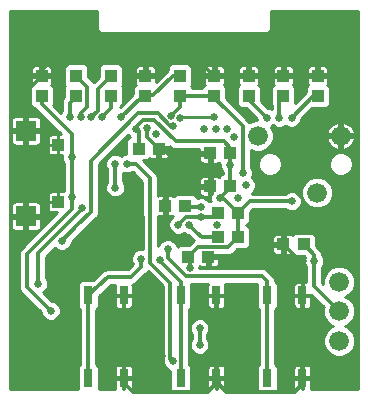
<source format=gbr>
G75*
%MOIN*%
%OFA0B0*%
%FSLAX25Y25*%
%IPPOS*%
%LPD*%
%AMOC8*
5,1,8,0,0,1.08239X$1,22.5*
%
%ADD10R,0.04331X0.03937*%
%ADD11R,0.03937X0.04331*%
%ADD12R,0.04000X0.04000*%
%ADD13R,0.07000X0.07000*%
%ADD14R,0.03000X0.06000*%
%ADD15C,0.06600*%
%ADD16R,0.09000X0.09000*%
%ADD17C,0.02600*%
%ADD18C,0.01200*%
%ADD19C,0.01000*%
D10*
X0073954Y0069600D03*
X0080647Y0069600D03*
X0088954Y0076100D03*
X0095647Y0076100D03*
X0098147Y0067100D03*
X0091454Y0067100D03*
X0091454Y0059100D03*
X0098147Y0059100D03*
X0088347Y0052650D03*
X0081654Y0052650D03*
X0113354Y0056750D03*
X0120047Y0056750D03*
X0095647Y0087100D03*
X0088954Y0087100D03*
X0071747Y0088700D03*
X0065054Y0088700D03*
D11*
X0067301Y0106254D03*
X0067301Y0112946D03*
X0078801Y0112946D03*
X0078801Y0106254D03*
X0090301Y0106254D03*
X0090301Y0112946D03*
X0101801Y0112946D03*
X0101801Y0106254D03*
X0113301Y0106254D03*
X0113301Y0112946D03*
X0124801Y0112946D03*
X0124801Y0106254D03*
X0055801Y0106254D03*
X0055801Y0112946D03*
X0044301Y0112946D03*
X0044301Y0106254D03*
X0032801Y0106254D03*
X0032801Y0112946D03*
D12*
X0038251Y0089900D03*
X0038251Y0070900D03*
D13*
X0027501Y0066150D03*
X0027501Y0094650D03*
D14*
X0048295Y0039780D03*
X0060106Y0039780D03*
X0079195Y0039780D03*
X0091006Y0039780D03*
X0107895Y0039780D03*
X0119706Y0039780D03*
X0119706Y0012220D03*
X0107895Y0012220D03*
X0091006Y0012220D03*
X0079195Y0012220D03*
X0060106Y0012220D03*
X0048295Y0012220D03*
D15*
X0124559Y0074051D03*
X0132433Y0092949D03*
X0104874Y0092949D03*
X0131901Y0044293D03*
X0131901Y0034450D03*
X0131901Y0024607D03*
D16*
X0080301Y0081600D03*
D17*
X0071001Y0093600D03*
X0067951Y0095450D03*
X0064201Y0095300D03*
X0059301Y0099100D03*
X0052801Y0099100D03*
X0049301Y0099100D03*
X0045801Y0099100D03*
X0042096Y0099100D03*
X0042801Y0085900D03*
X0042801Y0072600D03*
X0046301Y0068800D03*
X0039501Y0057900D03*
X0031601Y0043600D03*
X0035801Y0034600D03*
X0054101Y0011900D03*
X0072801Y0019500D03*
X0076601Y0017800D03*
X0085401Y0023300D03*
X0085401Y0028800D03*
X0082051Y0048750D03*
X0074801Y0055200D03*
X0077601Y0058700D03*
X0078301Y0063350D03*
X0081801Y0063350D03*
X0085801Y0065850D03*
X0085801Y0069100D03*
X0092301Y0072100D03*
X0098301Y0072100D03*
X0100901Y0076500D03*
X0099801Y0080600D03*
X0095647Y0083100D03*
X0096901Y0092400D03*
X0094701Y0095200D03*
X0090901Y0095200D03*
X0090051Y0099150D03*
X0086801Y0095300D03*
X0078951Y0098850D03*
X0075801Y0099600D03*
X0076501Y0096100D03*
X0061251Y0083700D03*
X0057301Y0083600D03*
X0057301Y0075700D03*
X0065901Y0052000D03*
X0072101Y0051500D03*
X0091101Y0063200D03*
X0092451Y0052250D03*
X0116101Y0071100D03*
X0119901Y0051200D03*
X0123601Y0051200D03*
X0116050Y0098998D03*
X0111994Y0098998D03*
X0107738Y0098998D03*
X0120301Y0121000D03*
X0065101Y0120200D03*
D18*
X0067301Y0118600D01*
X0067301Y0112946D01*
X0067301Y0118600D02*
X0084647Y0118600D01*
X0090301Y0112946D01*
X0101801Y0112946D01*
X0113301Y0112946D01*
X0120301Y0112946D01*
X0120301Y0121000D01*
X0120301Y0112946D02*
X0124801Y0112946D01*
X0124801Y0106254D02*
X0123301Y0106249D01*
X0116050Y0098998D01*
X0111994Y0098998D02*
X0112001Y0104400D01*
X0113501Y0105754D01*
X0113301Y0106254D01*
X0107738Y0098998D02*
X0101801Y0104920D01*
X0101801Y0106254D01*
X0094501Y0101550D02*
X0099801Y0096200D01*
X0099801Y0080600D01*
X0095647Y0083100D02*
X0095647Y0076600D01*
X0095647Y0076100D01*
X0095647Y0076600D01*
X0095647Y0076100D01*
X0095647Y0076600D01*
X0095647Y0076100D01*
X0095647Y0075446D01*
X0092301Y0072100D01*
X0093147Y0072100D01*
X0098147Y0067100D01*
X0102147Y0071100D01*
X0116101Y0071100D01*
X0113354Y0056750D02*
X0118904Y0051200D01*
X0119901Y0051200D01*
X0119901Y0039974D01*
X0119706Y0039780D01*
X0119706Y0012220D01*
X0119706Y0010206D01*
X0117201Y0007700D01*
X0094201Y0007700D01*
X0091801Y0010100D01*
X0091801Y0011426D01*
X0091006Y0012220D01*
X0091006Y0010606D01*
X0088101Y0007700D01*
X0073101Y0007700D01*
X0072801Y0008000D01*
X0072801Y0019500D01*
X0075701Y0018700D02*
X0076601Y0017800D01*
X0075701Y0018700D02*
X0075701Y0043900D01*
X0069001Y0050600D01*
X0068951Y0078750D01*
X0064071Y0083700D01*
X0061251Y0083700D01*
X0057301Y0083600D02*
X0057301Y0075700D01*
X0049201Y0067500D02*
X0044701Y0063100D01*
X0039501Y0057900D01*
X0031601Y0053800D02*
X0031601Y0043600D01*
X0027801Y0042600D02*
X0027801Y0053500D01*
X0042801Y0068500D01*
X0042801Y0072600D01*
X0042801Y0085900D01*
X0042801Y0093400D01*
X0032751Y0103450D01*
X0032801Y0106254D01*
X0027501Y0107696D02*
X0027501Y0094650D01*
X0027501Y0107696D02*
X0032801Y0112946D01*
X0032751Y0114950D01*
X0038001Y0120200D01*
X0065101Y0120200D01*
X0055801Y0112946D02*
X0051501Y0108646D01*
X0051501Y0101300D01*
X0049301Y0099100D01*
X0052801Y0099100D02*
X0055801Y0102100D01*
X0055801Y0106254D01*
X0059301Y0099100D02*
X0066101Y0105900D01*
X0067301Y0106254D01*
X0067447Y0106400D01*
X0070001Y0106400D01*
X0076547Y0112946D01*
X0078801Y0112946D01*
X0078801Y0106254D02*
X0078801Y0102650D01*
X0077751Y0101600D01*
X0075801Y0099600D01*
X0075701Y0096100D02*
X0071401Y0100400D01*
X0064901Y0100400D01*
X0049201Y0084700D01*
X0049201Y0067500D01*
X0046301Y0068500D02*
X0031601Y0053800D01*
X0027801Y0042600D02*
X0035801Y0034600D01*
X0048295Y0039780D02*
X0054716Y0045900D01*
X0062501Y0045900D01*
X0065901Y0049200D01*
X0065901Y0052000D01*
X0072101Y0051500D02*
X0072501Y0050900D01*
X0079201Y0044200D01*
X0079201Y0039785D01*
X0079195Y0039780D01*
X0079195Y0012220D01*
X0073101Y0007700D02*
X0063101Y0007700D01*
X0060801Y0010000D01*
X0060801Y0011226D01*
X0060106Y0012220D01*
X0060086Y0011900D01*
X0054101Y0011900D01*
X0048295Y0012220D02*
X0048295Y0039780D01*
X0060106Y0039780D02*
X0060106Y0012220D01*
X0085401Y0023300D02*
X0085401Y0028800D01*
X0091006Y0039780D02*
X0091006Y0012220D01*
X0107895Y0012220D02*
X0107895Y0039780D01*
X0107901Y0039785D01*
X0107901Y0044400D01*
X0106101Y0046200D01*
X0080801Y0046200D01*
X0074801Y0052200D01*
X0074801Y0055200D01*
X0077601Y0058700D02*
X0073954Y0062346D01*
X0073954Y0069600D01*
X0072954Y0070754D01*
X0073801Y0071600D01*
X0073801Y0075100D01*
X0080301Y0081600D01*
X0073301Y0088600D01*
X0071747Y0088700D01*
X0067947Y0092554D01*
X0067951Y0095450D01*
X0065054Y0094454D02*
X0064201Y0095300D01*
X0064201Y0095900D01*
X0066601Y0098300D01*
X0070351Y0098300D01*
X0077501Y0091100D01*
X0093551Y0091100D01*
X0095647Y0089004D01*
X0095647Y0087100D01*
X0095647Y0083100D01*
X0088954Y0087100D02*
X0085801Y0087100D01*
X0080301Y0081600D01*
X0085801Y0076100D01*
X0088954Y0076100D01*
X0085801Y0069100D02*
X0081147Y0069100D01*
X0080647Y0069600D01*
X0080801Y0065850D02*
X0078301Y0063350D01*
X0080801Y0065850D02*
X0085801Y0065850D01*
X0090204Y0065850D01*
X0091454Y0067100D01*
X0084426Y0060725D02*
X0086051Y0059100D01*
X0091454Y0059100D01*
X0094897Y0055850D02*
X0084801Y0055850D01*
X0082301Y0053350D01*
X0082301Y0052196D01*
X0081654Y0052650D01*
X0082051Y0050754D01*
X0082051Y0048750D01*
X0088551Y0052246D02*
X0088347Y0052650D01*
X0088551Y0052246D02*
X0092451Y0052250D01*
X0099951Y0052250D01*
X0104401Y0056700D01*
X0113304Y0056700D01*
X0120047Y0056750D02*
X0123601Y0053196D01*
X0123601Y0051200D01*
X0123601Y0042750D01*
X0131901Y0034450D01*
X0098147Y0059100D02*
X0098147Y0067100D01*
X0098147Y0059100D02*
X0094897Y0055850D01*
X0084426Y0060725D02*
X0081801Y0063350D01*
X0065054Y0088700D02*
X0065054Y0094454D01*
X0075701Y0096100D02*
X0076501Y0096100D01*
X0078801Y0106254D02*
X0090301Y0106254D01*
X0090301Y0105700D01*
X0094401Y0101600D01*
X0094501Y0101550D01*
X0048001Y0102600D02*
X0048001Y0109246D01*
X0044301Y0112946D01*
X0044301Y0106254D02*
X0042096Y0104058D01*
X0042096Y0099100D01*
X0045801Y0099100D02*
X0045801Y0100400D01*
X0048001Y0102600D01*
X0046301Y0068800D02*
X0046301Y0068500D01*
D19*
X0022301Y0008600D02*
X0022301Y0134600D01*
X0051301Y0134600D01*
X0051301Y0128272D01*
X0052472Y0127100D01*
X0108129Y0127100D01*
X0109301Y0128272D01*
X0109301Y0134600D01*
X0138301Y0134600D01*
X0138301Y0008600D01*
X0122580Y0008600D01*
X0122604Y0008641D01*
X0122706Y0009023D01*
X0122706Y0011970D01*
X0119956Y0011970D01*
X0119956Y0008600D01*
X0119456Y0008600D01*
X0119456Y0011970D01*
X0119956Y0011970D01*
X0119956Y0012470D01*
X0122706Y0012470D01*
X0122706Y0015418D01*
X0122604Y0015799D01*
X0122407Y0016141D01*
X0122127Y0016421D01*
X0121785Y0016618D01*
X0121404Y0016720D01*
X0119956Y0016720D01*
X0119956Y0012471D01*
X0119456Y0012471D01*
X0119456Y0016720D01*
X0118009Y0016720D01*
X0117627Y0016618D01*
X0117285Y0016421D01*
X0117006Y0016141D01*
X0116809Y0015799D01*
X0116706Y0015418D01*
X0116706Y0012470D01*
X0119456Y0012470D01*
X0119456Y0011970D01*
X0116706Y0011970D01*
X0116706Y0009023D01*
X0116809Y0008641D01*
X0116833Y0008600D01*
X0111395Y0008600D01*
X0111395Y0016049D01*
X0110495Y0016949D01*
X0110495Y0035051D01*
X0111395Y0035951D01*
X0111395Y0043608D01*
X0110501Y0044502D01*
X0110501Y0044917D01*
X0110105Y0045873D01*
X0109374Y0046604D01*
X0107574Y0048404D01*
X0106618Y0048800D01*
X0085351Y0048800D01*
X0085351Y0049384D01*
X0085379Y0049413D01*
X0085603Y0049284D01*
X0085985Y0049181D01*
X0087863Y0049181D01*
X0087863Y0052166D01*
X0088832Y0052166D01*
X0088832Y0053134D01*
X0092013Y0053134D01*
X0092013Y0053250D01*
X0095415Y0053250D01*
X0096370Y0053646D01*
X0097102Y0054377D01*
X0097856Y0055131D01*
X0101141Y0055131D01*
X0102313Y0056303D01*
X0102313Y0061897D01*
X0101141Y0063068D01*
X0100747Y0063068D01*
X0100747Y0063131D01*
X0101141Y0063131D01*
X0102313Y0064303D01*
X0102313Y0067588D01*
X0103224Y0068500D01*
X0114034Y0068500D01*
X0114232Y0068302D01*
X0115444Y0067800D01*
X0116757Y0067800D01*
X0117970Y0068302D01*
X0118898Y0069231D01*
X0119401Y0070444D01*
X0119401Y0071756D01*
X0118898Y0072969D01*
X0117970Y0073898D01*
X0116757Y0074400D01*
X0115444Y0074400D01*
X0114232Y0073898D01*
X0114034Y0073700D01*
X0102764Y0073700D01*
X0102770Y0073702D01*
X0103698Y0074631D01*
X0104201Y0075844D01*
X0104201Y0077156D01*
X0103698Y0078369D01*
X0102815Y0079253D01*
X0103101Y0079944D01*
X0103101Y0081256D01*
X0102598Y0082469D01*
X0102401Y0082667D01*
X0102401Y0088237D01*
X0103820Y0087649D01*
X0105928Y0087649D01*
X0107876Y0088456D01*
X0109367Y0089947D01*
X0110174Y0091895D01*
X0110174Y0094003D01*
X0109367Y0095951D01*
X0109261Y0096057D01*
X0109607Y0096200D01*
X0109866Y0096459D01*
X0110125Y0096200D01*
X0111337Y0095698D01*
X0112650Y0095698D01*
X0113863Y0096200D01*
X0114022Y0096359D01*
X0114180Y0096200D01*
X0115393Y0095698D01*
X0116706Y0095698D01*
X0117919Y0096200D01*
X0118847Y0097128D01*
X0119350Y0098341D01*
X0119350Y0098621D01*
X0122817Y0102088D01*
X0127598Y0102088D01*
X0128769Y0103260D01*
X0128769Y0109247D01*
X0128038Y0109979D01*
X0128167Y0110202D01*
X0128269Y0110584D01*
X0128269Y0112462D01*
X0125285Y0112462D01*
X0125285Y0113431D01*
X0124317Y0113431D01*
X0124317Y0116612D01*
X0122635Y0116612D01*
X0122253Y0116510D01*
X0121911Y0116312D01*
X0121632Y0116033D01*
X0121435Y0115691D01*
X0121332Y0115309D01*
X0121332Y0113431D01*
X0124317Y0113431D01*
X0124317Y0112462D01*
X0121332Y0112462D01*
X0121332Y0110584D01*
X0121435Y0110202D01*
X0121564Y0109979D01*
X0120832Y0109247D01*
X0120832Y0107457D01*
X0117269Y0103894D01*
X0117269Y0109247D01*
X0116538Y0109979D01*
X0116667Y0110202D01*
X0116769Y0110584D01*
X0116769Y0112462D01*
X0113785Y0112462D01*
X0113785Y0113431D01*
X0112817Y0113431D01*
X0112817Y0116612D01*
X0111135Y0116612D01*
X0110753Y0116510D01*
X0110411Y0116312D01*
X0110132Y0116033D01*
X0109935Y0115691D01*
X0109832Y0115309D01*
X0109832Y0113431D01*
X0112817Y0113431D01*
X0112817Y0112462D01*
X0109832Y0112462D01*
X0109832Y0110584D01*
X0109935Y0110202D01*
X0110064Y0109979D01*
X0109332Y0109247D01*
X0109332Y0103260D01*
X0109399Y0103193D01*
X0109398Y0101882D01*
X0108394Y0102298D01*
X0108111Y0102298D01*
X0105769Y0104634D01*
X0105769Y0109247D01*
X0105038Y0109979D01*
X0105167Y0110202D01*
X0105269Y0110584D01*
X0105269Y0112462D01*
X0102285Y0112462D01*
X0102285Y0113431D01*
X0101317Y0113431D01*
X0101317Y0116612D01*
X0099635Y0116612D01*
X0099253Y0116510D01*
X0098911Y0116312D01*
X0098632Y0116033D01*
X0098435Y0115691D01*
X0098332Y0115309D01*
X0098332Y0113431D01*
X0101317Y0113431D01*
X0101317Y0112462D01*
X0098332Y0112462D01*
X0098332Y0110584D01*
X0098435Y0110202D01*
X0098564Y0109979D01*
X0097832Y0109247D01*
X0097832Y0103260D01*
X0099004Y0102088D01*
X0100959Y0102088D01*
X0104438Y0098617D01*
X0104438Y0098341D01*
X0104476Y0098249D01*
X0103820Y0098249D01*
X0102069Y0097523D01*
X0102012Y0097662D01*
X0102007Y0097667D01*
X0102005Y0097673D01*
X0101644Y0098034D01*
X0096409Y0103319D01*
X0096126Y0103644D01*
X0096047Y0103684D01*
X0095984Y0103747D01*
X0095892Y0103786D01*
X0094269Y0105408D01*
X0094269Y0109247D01*
X0093538Y0109979D01*
X0093667Y0110202D01*
X0093769Y0110584D01*
X0093769Y0112462D01*
X0090785Y0112462D01*
X0090785Y0113431D01*
X0089817Y0113431D01*
X0089817Y0116612D01*
X0088135Y0116612D01*
X0087753Y0116510D01*
X0087411Y0116312D01*
X0087132Y0116033D01*
X0086935Y0115691D01*
X0086832Y0115309D01*
X0086832Y0113431D01*
X0089817Y0113431D01*
X0089817Y0112462D01*
X0086832Y0112462D01*
X0086832Y0110584D01*
X0086935Y0110202D01*
X0087064Y0109979D01*
X0086332Y0109247D01*
X0086332Y0108854D01*
X0082769Y0108854D01*
X0082769Y0109247D01*
X0082417Y0109600D01*
X0082769Y0109953D01*
X0082769Y0115940D01*
X0081598Y0117112D01*
X0076004Y0117112D01*
X0074832Y0115940D01*
X0074832Y0114908D01*
X0070769Y0110845D01*
X0070769Y0112462D01*
X0067785Y0112462D01*
X0067785Y0113431D01*
X0066817Y0113431D01*
X0066817Y0116612D01*
X0065135Y0116612D01*
X0064753Y0116510D01*
X0064411Y0116312D01*
X0064132Y0116033D01*
X0063935Y0115691D01*
X0063832Y0115309D01*
X0063832Y0113431D01*
X0066817Y0113431D01*
X0066817Y0112462D01*
X0063832Y0112462D01*
X0063832Y0110584D01*
X0063935Y0110202D01*
X0064064Y0109979D01*
X0063332Y0109247D01*
X0063332Y0106808D01*
X0058924Y0102400D01*
X0058910Y0102400D01*
X0059769Y0103260D01*
X0059769Y0109247D01*
X0059417Y0109600D01*
X0059769Y0109953D01*
X0059769Y0115940D01*
X0058598Y0117112D01*
X0053004Y0117112D01*
X0051832Y0115940D01*
X0051832Y0112655D01*
X0050051Y0110873D01*
X0048269Y0112655D01*
X0048269Y0115940D01*
X0047098Y0117112D01*
X0041504Y0117112D01*
X0040332Y0115940D01*
X0040332Y0109953D01*
X0040685Y0109600D01*
X0040332Y0109247D01*
X0040332Y0105971D01*
X0040262Y0105901D01*
X0039895Y0105536D01*
X0039894Y0105533D01*
X0039892Y0105531D01*
X0039695Y0105056D01*
X0039497Y0104581D01*
X0039497Y0104578D01*
X0039496Y0104575D01*
X0039496Y0104061D01*
X0039495Y0103547D01*
X0039496Y0103544D01*
X0039496Y0101167D01*
X0039299Y0100969D01*
X0039184Y0100693D01*
X0036694Y0103184D01*
X0036769Y0103260D01*
X0036769Y0109247D01*
X0036038Y0109979D01*
X0036167Y0110202D01*
X0036269Y0110584D01*
X0036269Y0112462D01*
X0033285Y0112462D01*
X0033285Y0113431D01*
X0032317Y0113431D01*
X0032317Y0116612D01*
X0030635Y0116612D01*
X0030253Y0116510D01*
X0029911Y0116312D01*
X0029632Y0116033D01*
X0029435Y0115691D01*
X0029332Y0115309D01*
X0029332Y0113431D01*
X0032317Y0113431D01*
X0032317Y0112462D01*
X0029332Y0112462D01*
X0029332Y0110584D01*
X0029435Y0110202D01*
X0029564Y0109979D01*
X0028832Y0109247D01*
X0028832Y0103260D01*
X0030004Y0102088D01*
X0030493Y0102088D01*
X0030521Y0102017D01*
X0030538Y0101999D01*
X0030547Y0101977D01*
X0030896Y0101628D01*
X0031239Y0101272D01*
X0031261Y0101263D01*
X0039124Y0093400D01*
X0038251Y0093400D01*
X0038251Y0089900D01*
X0038251Y0089900D01*
X0038251Y0086400D01*
X0039501Y0086400D01*
X0039501Y0085244D01*
X0040003Y0084031D01*
X0040201Y0083833D01*
X0040201Y0074667D01*
X0040003Y0074469D01*
X0039975Y0074400D01*
X0038251Y0074400D01*
X0038251Y0070900D01*
X0038251Y0070900D01*
X0038251Y0074400D01*
X0036053Y0074400D01*
X0035672Y0074298D01*
X0035330Y0074100D01*
X0035051Y0073821D01*
X0034853Y0073479D01*
X0034751Y0073097D01*
X0034751Y0070900D01*
X0038251Y0070900D01*
X0034751Y0070900D01*
X0034751Y0068703D01*
X0034853Y0068321D01*
X0035051Y0067979D01*
X0035330Y0067700D01*
X0035672Y0067502D01*
X0036053Y0067400D01*
X0038024Y0067400D01*
X0025597Y0054973D01*
X0025201Y0054017D01*
X0025201Y0042083D01*
X0025597Y0041127D01*
X0026328Y0040396D01*
X0032501Y0034223D01*
X0032501Y0033944D01*
X0033003Y0032731D01*
X0033932Y0031802D01*
X0035144Y0031300D01*
X0036457Y0031300D01*
X0037670Y0031802D01*
X0038598Y0032731D01*
X0039101Y0033944D01*
X0039101Y0035256D01*
X0038598Y0036469D01*
X0037670Y0037398D01*
X0036457Y0037900D01*
X0036178Y0037900D01*
X0033332Y0040745D01*
X0033470Y0040802D01*
X0034398Y0041731D01*
X0034901Y0042944D01*
X0034901Y0044256D01*
X0034398Y0045469D01*
X0034201Y0045667D01*
X0034201Y0052723D01*
X0037106Y0055628D01*
X0037632Y0055102D01*
X0038844Y0054600D01*
X0040157Y0054600D01*
X0041370Y0055102D01*
X0042298Y0056031D01*
X0042801Y0057244D01*
X0042801Y0057523D01*
X0046529Y0061251D01*
X0050660Y0065290D01*
X0050674Y0065296D01*
X0051029Y0065651D01*
X0051388Y0066003D01*
X0051394Y0066016D01*
X0051405Y0066027D01*
X0051597Y0066492D01*
X0051795Y0066954D01*
X0051795Y0066969D01*
X0051801Y0066983D01*
X0051801Y0067486D01*
X0051807Y0067988D01*
X0051801Y0068002D01*
X0051801Y0083623D01*
X0061506Y0093328D01*
X0062166Y0092668D01*
X0062061Y0092668D01*
X0060889Y0091497D01*
X0060889Y0087000D01*
X0060594Y0087000D01*
X0059382Y0086498D01*
X0059226Y0086342D01*
X0059170Y0086398D01*
X0057957Y0086900D01*
X0056644Y0086900D01*
X0055432Y0086398D01*
X0054503Y0085469D01*
X0054001Y0084256D01*
X0054001Y0082944D01*
X0054503Y0081731D01*
X0054701Y0081533D01*
X0054701Y0077767D01*
X0054503Y0077569D01*
X0054001Y0076356D01*
X0054001Y0075044D01*
X0054503Y0073831D01*
X0055432Y0072902D01*
X0056644Y0072400D01*
X0057957Y0072400D01*
X0059170Y0072902D01*
X0060098Y0073831D01*
X0060601Y0075044D01*
X0060601Y0076356D01*
X0060098Y0077569D01*
X0059901Y0077767D01*
X0059901Y0080687D01*
X0060594Y0080400D01*
X0061907Y0080400D01*
X0063120Y0080902D01*
X0063149Y0080931D01*
X0066353Y0077682D01*
X0066393Y0055300D01*
X0065244Y0055300D01*
X0064032Y0054798D01*
X0063103Y0053869D01*
X0062601Y0052656D01*
X0062601Y0051344D01*
X0063103Y0050131D01*
X0063115Y0050119D01*
X0061447Y0048500D01*
X0054747Y0048500D01*
X0054261Y0048512D01*
X0054231Y0048500D01*
X0054199Y0048500D01*
X0053750Y0048314D01*
X0053296Y0048139D01*
X0053273Y0048116D01*
X0053243Y0048104D01*
X0052899Y0047760D01*
X0049772Y0044780D01*
X0045967Y0044780D01*
X0044795Y0043608D01*
X0044795Y0035951D01*
X0045695Y0035051D01*
X0045695Y0016949D01*
X0044795Y0016049D01*
X0044795Y0008600D01*
X0022301Y0008600D01*
X0022301Y0009596D02*
X0044795Y0009596D01*
X0044795Y0010594D02*
X0022301Y0010594D01*
X0022301Y0011593D02*
X0044795Y0011593D01*
X0044795Y0012591D02*
X0022301Y0012591D01*
X0022301Y0013590D02*
X0044795Y0013590D01*
X0044795Y0014588D02*
X0022301Y0014588D01*
X0022301Y0015587D02*
X0044795Y0015587D01*
X0045332Y0016585D02*
X0022301Y0016585D01*
X0022301Y0017584D02*
X0045695Y0017584D01*
X0045695Y0018582D02*
X0022301Y0018582D01*
X0022301Y0019581D02*
X0045695Y0019581D01*
X0045695Y0020579D02*
X0022301Y0020579D01*
X0022301Y0021578D02*
X0045695Y0021578D01*
X0045695Y0022576D02*
X0022301Y0022576D01*
X0022301Y0023575D02*
X0045695Y0023575D01*
X0045695Y0024573D02*
X0022301Y0024573D01*
X0022301Y0025572D02*
X0045695Y0025572D01*
X0045695Y0026570D02*
X0022301Y0026570D01*
X0022301Y0027569D02*
X0045695Y0027569D01*
X0045695Y0028567D02*
X0022301Y0028567D01*
X0022301Y0029566D02*
X0045695Y0029566D01*
X0045695Y0030564D02*
X0022301Y0030564D01*
X0022301Y0031563D02*
X0034510Y0031563D01*
X0033173Y0032561D02*
X0022301Y0032561D01*
X0022301Y0033560D02*
X0032660Y0033560D01*
X0032166Y0034558D02*
X0022301Y0034558D01*
X0022301Y0035557D02*
X0031167Y0035557D01*
X0030169Y0036555D02*
X0022301Y0036555D01*
X0022301Y0037554D02*
X0029170Y0037554D01*
X0028172Y0038552D02*
X0022301Y0038552D01*
X0022301Y0039551D02*
X0027173Y0039551D01*
X0026175Y0040549D02*
X0022301Y0040549D01*
X0022301Y0041548D02*
X0025422Y0041548D01*
X0025201Y0042546D02*
X0022301Y0042546D01*
X0022301Y0043545D02*
X0025201Y0043545D01*
X0025201Y0044543D02*
X0022301Y0044543D01*
X0022301Y0045542D02*
X0025201Y0045542D01*
X0025201Y0046540D02*
X0022301Y0046540D01*
X0022301Y0047539D02*
X0025201Y0047539D01*
X0025201Y0048537D02*
X0022301Y0048537D01*
X0022301Y0049536D02*
X0025201Y0049536D01*
X0025201Y0050534D02*
X0022301Y0050534D01*
X0022301Y0051533D02*
X0025201Y0051533D01*
X0025201Y0052532D02*
X0022301Y0052532D01*
X0022301Y0053530D02*
X0025201Y0053530D01*
X0025413Y0054529D02*
X0022301Y0054529D01*
X0022301Y0055527D02*
X0026151Y0055527D01*
X0027150Y0056526D02*
X0022301Y0056526D01*
X0022301Y0057524D02*
X0028148Y0057524D01*
X0029147Y0058523D02*
X0022301Y0058523D01*
X0022301Y0059521D02*
X0030145Y0059521D01*
X0031144Y0060520D02*
X0022301Y0060520D01*
X0022301Y0061518D02*
X0023011Y0061518D01*
X0023080Y0061450D02*
X0023422Y0061252D01*
X0023803Y0061150D01*
X0027017Y0061150D01*
X0027017Y0065666D01*
X0027985Y0065666D01*
X0027985Y0066634D01*
X0032501Y0066634D01*
X0032501Y0069847D01*
X0032399Y0070229D01*
X0032201Y0070571D01*
X0031922Y0070850D01*
X0031580Y0071048D01*
X0031198Y0071150D01*
X0027985Y0071150D01*
X0027985Y0066634D01*
X0027017Y0066634D01*
X0027017Y0071150D01*
X0023803Y0071150D01*
X0023422Y0071048D01*
X0023080Y0070850D01*
X0022801Y0070571D01*
X0022603Y0070229D01*
X0022501Y0069847D01*
X0022501Y0066634D01*
X0027017Y0066634D01*
X0027017Y0065666D01*
X0022501Y0065666D01*
X0022501Y0062453D01*
X0022603Y0062071D01*
X0022801Y0061729D01*
X0023080Y0061450D01*
X0022501Y0062517D02*
X0022301Y0062517D01*
X0022301Y0063515D02*
X0022501Y0063515D01*
X0022501Y0064514D02*
X0022301Y0064514D01*
X0022301Y0065512D02*
X0022501Y0065512D01*
X0022301Y0066511D02*
X0027017Y0066511D01*
X0027985Y0066511D02*
X0037135Y0066511D01*
X0036136Y0065512D02*
X0032501Y0065512D01*
X0032501Y0065666D02*
X0027985Y0065666D01*
X0027985Y0061150D01*
X0031198Y0061150D01*
X0031580Y0061252D01*
X0031922Y0061450D01*
X0032201Y0061729D01*
X0032399Y0062071D01*
X0032501Y0062453D01*
X0032501Y0065666D01*
X0032501Y0064514D02*
X0035138Y0064514D01*
X0034139Y0063515D02*
X0032501Y0063515D01*
X0032501Y0062517D02*
X0033141Y0062517D01*
X0032142Y0061518D02*
X0031990Y0061518D01*
X0027985Y0061518D02*
X0027017Y0061518D01*
X0027017Y0062517D02*
X0027985Y0062517D01*
X0027985Y0063515D02*
X0027017Y0063515D01*
X0027017Y0064514D02*
X0027985Y0064514D01*
X0027985Y0065512D02*
X0027017Y0065512D01*
X0027017Y0067509D02*
X0027985Y0067509D01*
X0027985Y0068508D02*
X0027017Y0068508D01*
X0027017Y0069506D02*
X0027985Y0069506D01*
X0027985Y0070505D02*
X0027017Y0070505D01*
X0022762Y0070505D02*
X0022301Y0070505D01*
X0022301Y0071503D02*
X0034751Y0071503D01*
X0034751Y0070505D02*
X0032239Y0070505D01*
X0032501Y0069506D02*
X0034751Y0069506D01*
X0034803Y0068508D02*
X0032501Y0068508D01*
X0032501Y0067509D02*
X0035660Y0067509D01*
X0038251Y0070900D02*
X0038251Y0070900D01*
X0038251Y0071503D02*
X0038251Y0071503D01*
X0038251Y0072502D02*
X0038251Y0072502D01*
X0038251Y0073500D02*
X0038251Y0073500D01*
X0040033Y0074499D02*
X0022301Y0074499D01*
X0022301Y0075497D02*
X0040201Y0075497D01*
X0040201Y0076496D02*
X0022301Y0076496D01*
X0022301Y0077494D02*
X0040201Y0077494D01*
X0040201Y0078493D02*
X0022301Y0078493D01*
X0022301Y0079491D02*
X0040201Y0079491D01*
X0040201Y0080490D02*
X0022301Y0080490D01*
X0022301Y0081488D02*
X0040201Y0081488D01*
X0040201Y0082487D02*
X0022301Y0082487D01*
X0022301Y0083485D02*
X0040201Y0083485D01*
X0039816Y0084484D02*
X0022301Y0084484D01*
X0022301Y0085482D02*
X0039501Y0085482D01*
X0038251Y0086400D02*
X0038251Y0089900D01*
X0038251Y0089900D01*
X0038251Y0093400D01*
X0036053Y0093400D01*
X0035672Y0093298D01*
X0035330Y0093100D01*
X0035051Y0092821D01*
X0034853Y0092479D01*
X0034751Y0092097D01*
X0034751Y0089900D01*
X0038251Y0089900D01*
X0034751Y0089900D01*
X0034751Y0087703D01*
X0034853Y0087321D01*
X0035051Y0086979D01*
X0035330Y0086700D01*
X0035672Y0086502D01*
X0036053Y0086400D01*
X0038251Y0086400D01*
X0038251Y0086481D02*
X0038251Y0086481D01*
X0038251Y0087479D02*
X0038251Y0087479D01*
X0038251Y0088478D02*
X0038251Y0088478D01*
X0038251Y0089476D02*
X0038251Y0089476D01*
X0038251Y0089900D02*
X0038251Y0089900D01*
X0038251Y0090475D02*
X0038251Y0090475D01*
X0038251Y0091473D02*
X0038251Y0091473D01*
X0038251Y0092472D02*
X0038251Y0092472D01*
X0039053Y0093470D02*
X0032501Y0093470D01*
X0032501Y0094166D02*
X0027985Y0094166D01*
X0027985Y0095134D01*
X0032501Y0095134D01*
X0032501Y0098347D01*
X0032399Y0098729D01*
X0032201Y0099071D01*
X0031922Y0099350D01*
X0031580Y0099548D01*
X0031198Y0099650D01*
X0027985Y0099650D01*
X0027985Y0095134D01*
X0027017Y0095134D01*
X0027017Y0099650D01*
X0023803Y0099650D01*
X0023422Y0099548D01*
X0023080Y0099350D01*
X0022801Y0099071D01*
X0022603Y0098729D01*
X0022501Y0098347D01*
X0022501Y0095134D01*
X0027017Y0095134D01*
X0027017Y0094166D01*
X0027985Y0094166D01*
X0027985Y0089650D01*
X0031198Y0089650D01*
X0031580Y0089752D01*
X0031922Y0089950D01*
X0032201Y0090229D01*
X0032399Y0090571D01*
X0032501Y0090953D01*
X0032501Y0094166D01*
X0032501Y0095468D02*
X0037056Y0095468D01*
X0036058Y0096466D02*
X0032501Y0096466D01*
X0032501Y0097465D02*
X0035059Y0097465D01*
X0034061Y0098463D02*
X0032470Y0098463D01*
X0033062Y0099462D02*
X0031729Y0099462D01*
X0032064Y0100460D02*
X0022301Y0100460D01*
X0022301Y0099462D02*
X0023273Y0099462D01*
X0022532Y0098463D02*
X0022301Y0098463D01*
X0022301Y0097465D02*
X0022501Y0097465D01*
X0022501Y0096466D02*
X0022301Y0096466D01*
X0022301Y0095468D02*
X0022501Y0095468D01*
X0022301Y0094469D02*
X0027017Y0094469D01*
X0027017Y0094166D02*
X0022501Y0094166D01*
X0022501Y0090953D01*
X0022603Y0090571D01*
X0022801Y0090229D01*
X0023080Y0089950D01*
X0023422Y0089752D01*
X0023803Y0089650D01*
X0027017Y0089650D01*
X0027017Y0094166D01*
X0027017Y0093470D02*
X0027985Y0093470D01*
X0027985Y0092472D02*
X0027017Y0092472D01*
X0027017Y0091473D02*
X0027985Y0091473D01*
X0027985Y0090475D02*
X0027017Y0090475D01*
X0027985Y0094469D02*
X0038055Y0094469D01*
X0034851Y0092472D02*
X0032501Y0092472D01*
X0032501Y0091473D02*
X0034751Y0091473D01*
X0034751Y0090475D02*
X0032343Y0090475D01*
X0034751Y0089476D02*
X0022301Y0089476D01*
X0022301Y0088478D02*
X0034751Y0088478D01*
X0034811Y0087479D02*
X0022301Y0087479D01*
X0022301Y0086481D02*
X0035751Y0086481D01*
X0027985Y0095468D02*
X0027017Y0095468D01*
X0027017Y0096466D02*
X0027985Y0096466D01*
X0027985Y0097465D02*
X0027017Y0097465D01*
X0027017Y0098463D02*
X0027985Y0098463D01*
X0027985Y0099462D02*
X0027017Y0099462D01*
X0029635Y0102457D02*
X0022301Y0102457D01*
X0022301Y0101459D02*
X0031059Y0101459D01*
X0028832Y0103456D02*
X0022301Y0103456D01*
X0022301Y0104454D02*
X0028832Y0104454D01*
X0028832Y0105453D02*
X0022301Y0105453D01*
X0022301Y0106451D02*
X0028832Y0106451D01*
X0028832Y0107450D02*
X0022301Y0107450D01*
X0022301Y0108448D02*
X0028832Y0108448D01*
X0029032Y0109447D02*
X0022301Y0109447D01*
X0022301Y0110445D02*
X0029369Y0110445D01*
X0029332Y0111444D02*
X0022301Y0111444D01*
X0022301Y0112442D02*
X0029332Y0112442D01*
X0029332Y0113441D02*
X0022301Y0113441D01*
X0022301Y0114439D02*
X0029332Y0114439D01*
X0029367Y0115438D02*
X0022301Y0115438D01*
X0022301Y0116436D02*
X0030126Y0116436D01*
X0032317Y0116436D02*
X0033285Y0116436D01*
X0033285Y0116612D02*
X0033285Y0113431D01*
X0036269Y0113431D01*
X0036269Y0115309D01*
X0036167Y0115691D01*
X0035970Y0116033D01*
X0035690Y0116312D01*
X0035348Y0116510D01*
X0034967Y0116612D01*
X0033285Y0116612D01*
X0033285Y0115438D02*
X0032317Y0115438D01*
X0032317Y0114439D02*
X0033285Y0114439D01*
X0033285Y0113441D02*
X0032317Y0113441D01*
X0036269Y0113441D02*
X0040332Y0113441D01*
X0040332Y0114439D02*
X0036269Y0114439D01*
X0036235Y0115438D02*
X0040332Y0115438D01*
X0040828Y0116436D02*
X0035475Y0116436D01*
X0036269Y0112442D02*
X0040332Y0112442D01*
X0040332Y0111444D02*
X0036269Y0111444D01*
X0036232Y0110445D02*
X0040332Y0110445D01*
X0040532Y0109447D02*
X0036570Y0109447D01*
X0036769Y0108448D02*
X0040332Y0108448D01*
X0040332Y0107450D02*
X0036769Y0107450D01*
X0036769Y0106451D02*
X0040332Y0106451D01*
X0039860Y0105453D02*
X0036769Y0105453D01*
X0036769Y0104454D02*
X0039496Y0104454D01*
X0039496Y0103456D02*
X0036769Y0103456D01*
X0037421Y0102457D02*
X0039496Y0102457D01*
X0039496Y0101459D02*
X0038419Y0101459D01*
X0049481Y0111444D02*
X0050621Y0111444D01*
X0051620Y0112442D02*
X0048482Y0112442D01*
X0048269Y0113441D02*
X0051832Y0113441D01*
X0051832Y0114439D02*
X0048269Y0114439D01*
X0048269Y0115438D02*
X0051832Y0115438D01*
X0052328Y0116436D02*
X0047773Y0116436D01*
X0059273Y0116436D02*
X0064626Y0116436D01*
X0063867Y0115438D02*
X0059769Y0115438D01*
X0059769Y0114439D02*
X0063832Y0114439D01*
X0063832Y0113441D02*
X0059769Y0113441D01*
X0059769Y0112442D02*
X0063832Y0112442D01*
X0063832Y0111444D02*
X0059769Y0111444D01*
X0059769Y0110445D02*
X0063869Y0110445D01*
X0063532Y0109447D02*
X0059570Y0109447D01*
X0059769Y0108448D02*
X0063332Y0108448D01*
X0063332Y0107450D02*
X0059769Y0107450D01*
X0059769Y0106451D02*
X0062975Y0106451D01*
X0061977Y0105453D02*
X0059769Y0105453D01*
X0059769Y0104454D02*
X0060978Y0104454D01*
X0059980Y0103456D02*
X0059769Y0103456D01*
X0058981Y0102457D02*
X0058967Y0102457D01*
X0067501Y0095523D02*
X0067678Y0095700D01*
X0068434Y0095700D01*
X0068203Y0095469D01*
X0067701Y0094256D01*
X0067701Y0092944D01*
X0067815Y0092668D01*
X0067654Y0092668D01*
X0067654Y0093942D01*
X0067657Y0093947D01*
X0067654Y0094459D01*
X0067654Y0094971D01*
X0067652Y0094976D01*
X0067652Y0094982D01*
X0067501Y0095343D01*
X0067501Y0095523D01*
X0067501Y0095468D02*
X0068203Y0095468D01*
X0067789Y0094469D02*
X0067654Y0094469D01*
X0067654Y0093470D02*
X0067701Y0093470D01*
X0072232Y0089184D02*
X0075413Y0089184D01*
X0075413Y0089511D01*
X0075658Y0089266D01*
X0076020Y0088901D01*
X0076025Y0088899D01*
X0076028Y0088896D01*
X0076502Y0088700D01*
X0076975Y0088502D01*
X0076979Y0088502D01*
X0076984Y0088500D01*
X0077497Y0088500D01*
X0078009Y0088498D01*
X0078013Y0088500D01*
X0085289Y0088500D01*
X0085289Y0087584D01*
X0088470Y0087584D01*
X0088470Y0086616D01*
X0085289Y0086616D01*
X0085289Y0084934D01*
X0085391Y0084553D01*
X0085589Y0084210D01*
X0085868Y0083931D01*
X0086210Y0083734D01*
X0086592Y0083631D01*
X0088470Y0083631D01*
X0088470Y0086616D01*
X0089439Y0086616D01*
X0089439Y0083631D01*
X0091317Y0083631D01*
X0091699Y0083734D01*
X0091922Y0083863D01*
X0092347Y0083438D01*
X0092347Y0082444D01*
X0092850Y0081231D01*
X0093047Y0081033D01*
X0093047Y0080068D01*
X0092654Y0080068D01*
X0091922Y0079337D01*
X0091699Y0079466D01*
X0091317Y0079568D01*
X0089439Y0079568D01*
X0089439Y0076584D01*
X0088470Y0076584D01*
X0088470Y0075616D01*
X0085289Y0075616D01*
X0085289Y0073934D01*
X0085391Y0073553D01*
X0085589Y0073210D01*
X0085868Y0072931D01*
X0086210Y0072734D01*
X0086592Y0072631D01*
X0088470Y0072631D01*
X0088470Y0075616D01*
X0089439Y0075616D01*
X0089439Y0073813D01*
X0089001Y0072756D01*
X0089001Y0071444D01*
X0089156Y0071068D01*
X0088499Y0071068D01*
X0087670Y0071898D01*
X0086457Y0072400D01*
X0085144Y0072400D01*
X0084813Y0072263D01*
X0084813Y0072397D01*
X0083641Y0073568D01*
X0077654Y0073568D01*
X0076922Y0072837D01*
X0076699Y0072966D01*
X0076317Y0073068D01*
X0074439Y0073068D01*
X0074439Y0070084D01*
X0073470Y0070084D01*
X0073470Y0073068D01*
X0071592Y0073068D01*
X0071561Y0073060D01*
X0071551Y0078743D01*
X0071555Y0079249D01*
X0071550Y0079260D01*
X0071550Y0079272D01*
X0071356Y0079738D01*
X0071165Y0080207D01*
X0071157Y0080216D01*
X0071152Y0080227D01*
X0070794Y0080584D01*
X0066705Y0084731D01*
X0068048Y0084731D01*
X0068779Y0085463D01*
X0069003Y0085334D01*
X0069385Y0085231D01*
X0071263Y0085231D01*
X0071263Y0088216D01*
X0072232Y0088216D01*
X0072232Y0089184D01*
X0072232Y0088478D02*
X0085289Y0088478D01*
X0085289Y0086481D02*
X0075398Y0086481D01*
X0075413Y0086534D02*
X0075413Y0088216D01*
X0072232Y0088216D01*
X0072232Y0085231D01*
X0074110Y0085231D01*
X0074492Y0085334D01*
X0074834Y0085531D01*
X0075113Y0085810D01*
X0075310Y0086153D01*
X0075413Y0086534D01*
X0075413Y0087479D02*
X0088470Y0087479D01*
X0088470Y0086481D02*
X0089439Y0086481D01*
X0089439Y0085482D02*
X0088470Y0085482D01*
X0088470Y0084484D02*
X0089439Y0084484D01*
X0092300Y0083485D02*
X0067934Y0083485D01*
X0068918Y0082487D02*
X0092347Y0082487D01*
X0092743Y0081488D02*
X0069902Y0081488D01*
X0070888Y0080490D02*
X0093047Y0080490D01*
X0092076Y0079491D02*
X0091605Y0079491D01*
X0089439Y0079491D02*
X0088470Y0079491D01*
X0088470Y0079568D02*
X0086592Y0079568D01*
X0086210Y0079466D01*
X0085868Y0079269D01*
X0085589Y0078990D01*
X0085391Y0078647D01*
X0085289Y0078266D01*
X0085289Y0076584D01*
X0088470Y0076584D01*
X0088470Y0079568D01*
X0088470Y0078493D02*
X0089439Y0078493D01*
X0089439Y0077494D02*
X0088470Y0077494D01*
X0088470Y0076496D02*
X0071555Y0076496D01*
X0071553Y0077494D02*
X0085289Y0077494D01*
X0085350Y0078493D02*
X0071551Y0078493D01*
X0071459Y0079491D02*
X0086304Y0079491D01*
X0085289Y0075497D02*
X0071557Y0075497D01*
X0071558Y0074499D02*
X0085289Y0074499D01*
X0085421Y0073500D02*
X0083709Y0073500D01*
X0084708Y0072502D02*
X0089001Y0072502D01*
X0089001Y0071503D02*
X0088065Y0071503D01*
X0088470Y0073500D02*
X0089309Y0073500D01*
X0089439Y0074499D02*
X0088470Y0074499D01*
X0088470Y0075497D02*
X0089439Y0075497D01*
X0085431Y0084484D02*
X0066949Y0084484D01*
X0071263Y0085482D02*
X0072232Y0085482D01*
X0072232Y0086481D02*
X0071263Y0086481D01*
X0071263Y0087479D02*
X0072232Y0087479D01*
X0074749Y0085482D02*
X0085289Y0085482D01*
X0075448Y0089476D02*
X0075413Y0089476D01*
X0078951Y0098850D02*
X0079651Y0099100D01*
X0090051Y0099150D01*
X0095224Y0104454D02*
X0097832Y0104454D01*
X0097832Y0103456D02*
X0096290Y0103456D01*
X0097262Y0102457D02*
X0098635Y0102457D01*
X0098251Y0101459D02*
X0101590Y0101459D01*
X0102591Y0100460D02*
X0099240Y0100460D01*
X0100230Y0099462D02*
X0103592Y0099462D01*
X0104438Y0098463D02*
X0101219Y0098463D01*
X0106951Y0103456D02*
X0109332Y0103456D01*
X0109332Y0104454D02*
X0105950Y0104454D01*
X0105769Y0105453D02*
X0109332Y0105453D01*
X0109332Y0106451D02*
X0105769Y0106451D01*
X0105769Y0107450D02*
X0109332Y0107450D01*
X0109332Y0108448D02*
X0105769Y0108448D01*
X0105570Y0109447D02*
X0109532Y0109447D01*
X0109869Y0110445D02*
X0105232Y0110445D01*
X0105269Y0111444D02*
X0109832Y0111444D01*
X0109832Y0112442D02*
X0105269Y0112442D01*
X0105269Y0113431D02*
X0105269Y0115309D01*
X0105167Y0115691D01*
X0104970Y0116033D01*
X0104690Y0116312D01*
X0104348Y0116510D01*
X0103967Y0116612D01*
X0102285Y0116612D01*
X0102285Y0113431D01*
X0105269Y0113431D01*
X0105269Y0113441D02*
X0109832Y0113441D01*
X0109832Y0114439D02*
X0105269Y0114439D01*
X0105235Y0115438D02*
X0109867Y0115438D01*
X0110626Y0116436D02*
X0104475Y0116436D01*
X0102285Y0116436D02*
X0101317Y0116436D01*
X0101317Y0115438D02*
X0102285Y0115438D01*
X0102285Y0114439D02*
X0101317Y0114439D01*
X0101317Y0113441D02*
X0102285Y0113441D01*
X0098332Y0113441D02*
X0093769Y0113441D01*
X0093769Y0113431D02*
X0093769Y0115309D01*
X0093667Y0115691D01*
X0093470Y0116033D01*
X0093190Y0116312D01*
X0092848Y0116510D01*
X0092467Y0116612D01*
X0090785Y0116612D01*
X0090785Y0113431D01*
X0093769Y0113431D01*
X0093769Y0112442D02*
X0098332Y0112442D01*
X0098332Y0111444D02*
X0093769Y0111444D01*
X0093732Y0110445D02*
X0098369Y0110445D01*
X0098032Y0109447D02*
X0094070Y0109447D01*
X0094269Y0108448D02*
X0097832Y0108448D01*
X0097832Y0107450D02*
X0094269Y0107450D01*
X0094269Y0106451D02*
X0097832Y0106451D01*
X0097832Y0105453D02*
X0094269Y0105453D01*
X0086532Y0109447D02*
X0082570Y0109447D01*
X0082769Y0110445D02*
X0086869Y0110445D01*
X0086832Y0111444D02*
X0082769Y0111444D01*
X0082769Y0112442D02*
X0086832Y0112442D01*
X0086832Y0113441D02*
X0082769Y0113441D01*
X0082769Y0114439D02*
X0086832Y0114439D01*
X0086867Y0115438D02*
X0082769Y0115438D01*
X0082273Y0116436D02*
X0087626Y0116436D01*
X0089817Y0116436D02*
X0090785Y0116436D01*
X0090785Y0115438D02*
X0089817Y0115438D01*
X0089817Y0114439D02*
X0090785Y0114439D01*
X0090785Y0113441D02*
X0089817Y0113441D01*
X0092975Y0116436D02*
X0099126Y0116436D01*
X0098367Y0115438D02*
X0093735Y0115438D01*
X0093769Y0114439D02*
X0098332Y0114439D01*
X0107952Y0102457D02*
X0109398Y0102457D01*
X0109568Y0095468D02*
X0128330Y0095468D01*
X0128328Y0095465D02*
X0127985Y0094791D01*
X0127751Y0094073D01*
X0127650Y0093433D01*
X0131949Y0093433D01*
X0131949Y0092465D01*
X0127650Y0092465D01*
X0127751Y0091825D01*
X0127985Y0091106D01*
X0128328Y0090433D01*
X0128772Y0089822D01*
X0129306Y0089288D01*
X0129917Y0088843D01*
X0130591Y0088500D01*
X0131309Y0088267D01*
X0131949Y0088166D01*
X0131949Y0092464D01*
X0132917Y0092464D01*
X0132917Y0088166D01*
X0133557Y0088267D01*
X0134276Y0088500D01*
X0134949Y0088843D01*
X0135560Y0089288D01*
X0136094Y0089822D01*
X0136538Y0090433D01*
X0136882Y0091106D01*
X0137115Y0091825D01*
X0137216Y0092465D01*
X0132918Y0092465D01*
X0132918Y0093433D01*
X0137216Y0093433D01*
X0137115Y0094073D01*
X0136882Y0094791D01*
X0136538Y0095465D01*
X0136094Y0096076D01*
X0135560Y0096610D01*
X0134949Y0097054D01*
X0134276Y0097397D01*
X0133557Y0097631D01*
X0132917Y0097732D01*
X0132917Y0093433D01*
X0131949Y0093433D01*
X0131949Y0097732D01*
X0131309Y0097631D01*
X0130591Y0097397D01*
X0129917Y0097054D01*
X0129306Y0096610D01*
X0128772Y0096076D01*
X0128328Y0095465D01*
X0127880Y0094469D02*
X0109981Y0094469D01*
X0110174Y0093470D02*
X0127656Y0093470D01*
X0127866Y0091473D02*
X0110000Y0091473D01*
X0110174Y0092472D02*
X0131949Y0092472D01*
X0132918Y0092472D02*
X0138301Y0092472D01*
X0138301Y0093470D02*
X0137210Y0093470D01*
X0136986Y0094469D02*
X0138301Y0094469D01*
X0138301Y0095468D02*
X0136536Y0095468D01*
X0135704Y0096466D02*
X0138301Y0096466D01*
X0138301Y0097465D02*
X0134068Y0097465D01*
X0132917Y0097465D02*
X0131949Y0097465D01*
X0131949Y0096466D02*
X0132917Y0096466D01*
X0132917Y0095468D02*
X0131949Y0095468D01*
X0131949Y0094469D02*
X0132917Y0094469D01*
X0132917Y0093470D02*
X0131949Y0093470D01*
X0131949Y0091473D02*
X0132917Y0091473D01*
X0132917Y0090475D02*
X0131949Y0090475D01*
X0131949Y0089476D02*
X0132917Y0089476D01*
X0132917Y0088478D02*
X0131949Y0088478D01*
X0131644Y0087468D02*
X0130185Y0086864D01*
X0129069Y0085748D01*
X0128465Y0084289D01*
X0128465Y0082711D01*
X0129069Y0081252D01*
X0130185Y0080136D01*
X0131644Y0079531D01*
X0133223Y0079531D01*
X0134681Y0080136D01*
X0135798Y0081252D01*
X0136402Y0082711D01*
X0136402Y0084289D01*
X0135798Y0085748D01*
X0134681Y0086864D01*
X0133223Y0087468D01*
X0131644Y0087468D01*
X0130660Y0088478D02*
X0107899Y0088478D01*
X0108022Y0087468D02*
X0106563Y0086864D01*
X0105447Y0085748D01*
X0104843Y0084289D01*
X0104843Y0082711D01*
X0105447Y0081252D01*
X0106563Y0080136D01*
X0108022Y0079531D01*
X0109601Y0079531D01*
X0111059Y0080136D01*
X0112175Y0081252D01*
X0112780Y0082711D01*
X0112780Y0084289D01*
X0112175Y0085748D01*
X0111059Y0086864D01*
X0109601Y0087468D01*
X0108022Y0087468D01*
X0106180Y0086481D02*
X0102401Y0086481D01*
X0102401Y0087479D02*
X0138301Y0087479D01*
X0138301Y0086481D02*
X0135065Y0086481D01*
X0135908Y0085482D02*
X0138301Y0085482D01*
X0138301Y0084484D02*
X0136321Y0084484D01*
X0136402Y0083485D02*
X0138301Y0083485D01*
X0138301Y0082487D02*
X0136309Y0082487D01*
X0135895Y0081488D02*
X0138301Y0081488D01*
X0138301Y0080490D02*
X0135035Y0080490D01*
X0138301Y0079491D02*
X0102914Y0079491D01*
X0103101Y0080490D02*
X0106209Y0080490D01*
X0105349Y0081488D02*
X0103005Y0081488D01*
X0102581Y0082487D02*
X0104935Y0082487D01*
X0104843Y0083485D02*
X0102401Y0083485D01*
X0102401Y0084484D02*
X0104923Y0084484D01*
X0105337Y0085482D02*
X0102401Y0085482D01*
X0108897Y0089476D02*
X0129117Y0089476D01*
X0128307Y0090475D02*
X0109586Y0090475D01*
X0111443Y0086481D02*
X0129802Y0086481D01*
X0128959Y0085482D02*
X0112285Y0085482D01*
X0112699Y0084484D02*
X0128545Y0084484D01*
X0128465Y0083485D02*
X0112780Y0083485D01*
X0112687Y0082487D02*
X0128557Y0082487D01*
X0128971Y0081488D02*
X0112273Y0081488D01*
X0111413Y0080490D02*
X0129831Y0080490D01*
X0127613Y0078493D02*
X0138301Y0078493D01*
X0138301Y0077494D02*
X0128611Y0077494D01*
X0129052Y0077053D02*
X0127561Y0078544D01*
X0125613Y0079351D01*
X0123505Y0079351D01*
X0121557Y0078544D01*
X0120066Y0077053D01*
X0119259Y0075105D01*
X0119259Y0072997D01*
X0120066Y0071049D01*
X0121557Y0069558D01*
X0123505Y0068751D01*
X0125613Y0068751D01*
X0127561Y0069558D01*
X0129052Y0071049D01*
X0129859Y0072997D01*
X0129859Y0075105D01*
X0129052Y0077053D01*
X0129283Y0076496D02*
X0138301Y0076496D01*
X0138301Y0075497D02*
X0129697Y0075497D01*
X0129859Y0074499D02*
X0138301Y0074499D01*
X0138301Y0073500D02*
X0129859Y0073500D01*
X0129654Y0072502D02*
X0138301Y0072502D01*
X0138301Y0071503D02*
X0129240Y0071503D01*
X0128508Y0070505D02*
X0138301Y0070505D01*
X0138301Y0069506D02*
X0127436Y0069506D01*
X0121682Y0069506D02*
X0119013Y0069506D01*
X0119401Y0070505D02*
X0120610Y0070505D01*
X0119878Y0071503D02*
X0119401Y0071503D01*
X0119464Y0072502D02*
X0119092Y0072502D01*
X0119259Y0073500D02*
X0118368Y0073500D01*
X0119259Y0074499D02*
X0103567Y0074499D01*
X0104057Y0075497D02*
X0119421Y0075497D01*
X0119835Y0076496D02*
X0104201Y0076496D01*
X0104061Y0077494D02*
X0120507Y0077494D01*
X0121505Y0078493D02*
X0103575Y0078493D01*
X0102313Y0067509D02*
X0138301Y0067509D01*
X0138301Y0066511D02*
X0102313Y0066511D01*
X0102313Y0065512D02*
X0138301Y0065512D01*
X0138301Y0064514D02*
X0102313Y0064514D01*
X0101525Y0063515D02*
X0138301Y0063515D01*
X0138301Y0062517D02*
X0101693Y0062517D01*
X0102313Y0061518D02*
X0138301Y0061518D01*
X0138301Y0060520D02*
X0123240Y0060520D01*
X0123041Y0060718D02*
X0117054Y0060718D01*
X0116322Y0059987D01*
X0116099Y0060116D01*
X0115717Y0060218D01*
X0113839Y0060218D01*
X0113839Y0057234D01*
X0112870Y0057234D01*
X0112870Y0056266D01*
X0109689Y0056266D01*
X0109689Y0054584D01*
X0109791Y0054203D01*
X0109989Y0053860D01*
X0110268Y0053581D01*
X0110610Y0053384D01*
X0110992Y0053281D01*
X0112870Y0053281D01*
X0112870Y0056266D01*
X0113839Y0056266D01*
X0113839Y0053281D01*
X0115717Y0053281D01*
X0116099Y0053384D01*
X0116322Y0053513D01*
X0117054Y0052781D01*
X0120339Y0052781D01*
X0120583Y0052537D01*
X0120301Y0051856D01*
X0120301Y0050544D01*
X0120803Y0049331D01*
X0121001Y0049133D01*
X0121001Y0044280D01*
X0119956Y0044280D01*
X0119956Y0040030D01*
X0119456Y0040030D01*
X0119456Y0044280D01*
X0118009Y0044280D01*
X0117627Y0044177D01*
X0117285Y0043980D01*
X0117006Y0043701D01*
X0116809Y0043359D01*
X0116706Y0042977D01*
X0116706Y0040030D01*
X0119456Y0040030D01*
X0119456Y0039530D01*
X0116706Y0039530D01*
X0116706Y0036582D01*
X0116809Y0036201D01*
X0117006Y0035859D01*
X0117285Y0035579D01*
X0117627Y0035382D01*
X0118009Y0035280D01*
X0119456Y0035280D01*
X0119456Y0039529D01*
X0119956Y0039529D01*
X0119956Y0035280D01*
X0121404Y0035280D01*
X0121785Y0035382D01*
X0122127Y0035579D01*
X0122407Y0035859D01*
X0122604Y0036201D01*
X0122706Y0036582D01*
X0122706Y0039530D01*
X0119956Y0039530D01*
X0119956Y0040030D01*
X0122644Y0040030D01*
X0126768Y0035906D01*
X0126601Y0035504D01*
X0126601Y0033396D01*
X0127408Y0031448D01*
X0128899Y0029957D01*
X0129932Y0029529D01*
X0128899Y0029101D01*
X0127408Y0027610D01*
X0126601Y0025662D01*
X0126601Y0023553D01*
X0127408Y0021605D01*
X0128899Y0020114D01*
X0130847Y0019307D01*
X0132955Y0019307D01*
X0134903Y0020114D01*
X0136394Y0021605D01*
X0137201Y0023553D01*
X0137201Y0025662D01*
X0136394Y0027610D01*
X0134903Y0029101D01*
X0133869Y0029529D01*
X0134903Y0029957D01*
X0136394Y0031448D01*
X0137201Y0033396D01*
X0137201Y0035504D01*
X0136394Y0037452D01*
X0134903Y0038943D01*
X0133869Y0039371D01*
X0134903Y0039799D01*
X0136394Y0041290D01*
X0137201Y0043238D01*
X0137201Y0045347D01*
X0136394Y0047295D01*
X0134903Y0048786D01*
X0132955Y0049593D01*
X0130847Y0049593D01*
X0128899Y0048786D01*
X0127408Y0047295D01*
X0126601Y0045347D01*
X0126601Y0043427D01*
X0126201Y0043827D01*
X0126201Y0049133D01*
X0126398Y0049331D01*
X0126901Y0050544D01*
X0126901Y0051856D01*
X0126398Y0053069D01*
X0126201Y0053267D01*
X0126201Y0053714D01*
X0125805Y0054669D01*
X0124213Y0056262D01*
X0124213Y0059547D01*
X0123041Y0060718D01*
X0124213Y0059521D02*
X0138301Y0059521D01*
X0138301Y0058523D02*
X0124213Y0058523D01*
X0124213Y0057524D02*
X0138301Y0057524D01*
X0138301Y0056526D02*
X0124213Y0056526D01*
X0124947Y0055527D02*
X0138301Y0055527D01*
X0138301Y0054529D02*
X0125863Y0054529D01*
X0126201Y0053530D02*
X0138301Y0053530D01*
X0138301Y0052532D02*
X0126621Y0052532D01*
X0126901Y0051533D02*
X0138301Y0051533D01*
X0138301Y0050534D02*
X0126897Y0050534D01*
X0126484Y0049536D02*
X0130710Y0049536D01*
X0128651Y0048537D02*
X0126201Y0048537D01*
X0126201Y0047539D02*
X0127652Y0047539D01*
X0127095Y0046540D02*
X0126201Y0046540D01*
X0126201Y0045542D02*
X0126682Y0045542D01*
X0126601Y0044543D02*
X0126201Y0044543D01*
X0126483Y0043545D02*
X0126601Y0043545D01*
X0123123Y0039551D02*
X0119956Y0039551D01*
X0119456Y0039551D02*
X0111395Y0039551D01*
X0111395Y0040549D02*
X0116706Y0040549D01*
X0116706Y0041548D02*
X0111395Y0041548D01*
X0111395Y0042546D02*
X0116706Y0042546D01*
X0116916Y0043545D02*
X0111395Y0043545D01*
X0110501Y0044543D02*
X0121001Y0044543D01*
X0121001Y0045542D02*
X0110242Y0045542D01*
X0109437Y0046540D02*
X0121001Y0046540D01*
X0121001Y0047539D02*
X0108439Y0047539D01*
X0107252Y0048537D02*
X0121001Y0048537D01*
X0120718Y0049536D02*
X0091489Y0049536D01*
X0091434Y0049481D02*
X0091713Y0049760D01*
X0091910Y0050103D01*
X0092013Y0050484D01*
X0092013Y0052166D01*
X0088832Y0052166D01*
X0088832Y0049181D01*
X0090710Y0049181D01*
X0091092Y0049284D01*
X0091434Y0049481D01*
X0092013Y0050534D02*
X0120305Y0050534D01*
X0120301Y0051533D02*
X0092013Y0051533D01*
X0088832Y0051533D02*
X0087863Y0051533D01*
X0087863Y0050534D02*
X0088832Y0050534D01*
X0088832Y0049536D02*
X0087863Y0049536D01*
X0088832Y0052532D02*
X0120581Y0052532D01*
X0120047Y0056750D02*
X0120391Y0057094D01*
X0116855Y0060520D02*
X0102313Y0060520D01*
X0102313Y0059521D02*
X0109920Y0059521D01*
X0109989Y0059640D02*
X0109791Y0059297D01*
X0109689Y0058916D01*
X0109689Y0057234D01*
X0112870Y0057234D01*
X0112870Y0060218D01*
X0110992Y0060218D01*
X0110610Y0060116D01*
X0110268Y0059919D01*
X0109989Y0059640D01*
X0109689Y0058523D02*
X0102313Y0058523D01*
X0102313Y0057524D02*
X0109689Y0057524D01*
X0109689Y0055527D02*
X0101537Y0055527D01*
X0102313Y0056526D02*
X0112870Y0056526D01*
X0113304Y0056700D02*
X0113354Y0056750D01*
X0112870Y0057524D02*
X0113839Y0057524D01*
X0113839Y0058523D02*
X0112870Y0058523D01*
X0112870Y0059521D02*
X0113839Y0059521D01*
X0113839Y0055527D02*
X0112870Y0055527D01*
X0112870Y0054529D02*
X0113839Y0054529D01*
X0113839Y0053530D02*
X0112870Y0053530D01*
X0110357Y0053530D02*
X0096091Y0053530D01*
X0097253Y0054529D02*
X0109704Y0054529D01*
X0104395Y0043600D02*
X0104395Y0035951D01*
X0105295Y0035051D01*
X0105295Y0016949D01*
X0104395Y0016049D01*
X0104395Y0008600D01*
X0093880Y0008600D01*
X0093904Y0008641D01*
X0094006Y0009023D01*
X0094006Y0011970D01*
X0091256Y0011970D01*
X0091256Y0008600D01*
X0090756Y0008600D01*
X0090756Y0011970D01*
X0091256Y0011970D01*
X0091256Y0012470D01*
X0094006Y0012470D01*
X0094006Y0015418D01*
X0093904Y0015799D01*
X0093707Y0016141D01*
X0093427Y0016421D01*
X0093085Y0016618D01*
X0092704Y0016720D01*
X0091256Y0016720D01*
X0091256Y0012471D01*
X0090756Y0012471D01*
X0090756Y0016720D01*
X0089309Y0016720D01*
X0088927Y0016618D01*
X0088585Y0016421D01*
X0088306Y0016141D01*
X0088109Y0015799D01*
X0088006Y0015418D01*
X0088006Y0012470D01*
X0090756Y0012470D01*
X0090756Y0011970D01*
X0088006Y0011970D01*
X0088006Y0009023D01*
X0088109Y0008641D01*
X0088133Y0008600D01*
X0082695Y0008600D01*
X0082695Y0016049D01*
X0081795Y0016949D01*
X0081795Y0035051D01*
X0082695Y0035951D01*
X0082695Y0043600D01*
X0088248Y0043600D01*
X0088109Y0043359D01*
X0088006Y0042977D01*
X0088006Y0040030D01*
X0090756Y0040030D01*
X0090756Y0039530D01*
X0088006Y0039530D01*
X0088006Y0036582D01*
X0088109Y0036201D01*
X0088306Y0035859D01*
X0088585Y0035579D01*
X0088927Y0035382D01*
X0089309Y0035280D01*
X0090756Y0035280D01*
X0090756Y0039529D01*
X0091256Y0039529D01*
X0091256Y0035280D01*
X0092704Y0035280D01*
X0093085Y0035382D01*
X0093427Y0035579D01*
X0093707Y0035859D01*
X0093904Y0036201D01*
X0094006Y0036582D01*
X0094006Y0039530D01*
X0091256Y0039530D01*
X0091256Y0040030D01*
X0094006Y0040030D01*
X0094006Y0042977D01*
X0093904Y0043359D01*
X0093765Y0043600D01*
X0104395Y0043600D01*
X0104395Y0043545D02*
X0093797Y0043545D01*
X0094006Y0042546D02*
X0104395Y0042546D01*
X0104395Y0041548D02*
X0094006Y0041548D01*
X0094006Y0040549D02*
X0104395Y0040549D01*
X0104395Y0039551D02*
X0091256Y0039551D01*
X0090756Y0039551D02*
X0082695Y0039551D01*
X0082695Y0040549D02*
X0088006Y0040549D01*
X0088006Y0041548D02*
X0082695Y0041548D01*
X0082695Y0042546D02*
X0088006Y0042546D01*
X0088216Y0043545D02*
X0082695Y0043545D01*
X0082695Y0038552D02*
X0088006Y0038552D01*
X0088006Y0037554D02*
X0082695Y0037554D01*
X0082695Y0036555D02*
X0088014Y0036555D01*
X0088624Y0035557D02*
X0082301Y0035557D01*
X0081795Y0034558D02*
X0105295Y0034558D01*
X0105295Y0033560D02*
X0081795Y0033560D01*
X0081795Y0032561D02*
X0105295Y0032561D01*
X0105295Y0031563D02*
X0087305Y0031563D01*
X0087270Y0031598D02*
X0086057Y0032100D01*
X0084744Y0032100D01*
X0083532Y0031598D01*
X0082603Y0030669D01*
X0082101Y0029456D01*
X0082101Y0028144D01*
X0082603Y0026931D01*
X0082801Y0026733D01*
X0082801Y0025367D01*
X0082603Y0025169D01*
X0082101Y0023956D01*
X0082101Y0022644D01*
X0082603Y0021431D01*
X0083532Y0020502D01*
X0084744Y0020000D01*
X0086057Y0020000D01*
X0087270Y0020502D01*
X0088198Y0021431D01*
X0088701Y0022644D01*
X0088701Y0023956D01*
X0088198Y0025169D01*
X0088001Y0025367D01*
X0088001Y0026733D01*
X0088198Y0026931D01*
X0088701Y0028144D01*
X0088701Y0029456D01*
X0088198Y0030669D01*
X0087270Y0031598D01*
X0088242Y0030564D02*
X0105295Y0030564D01*
X0105295Y0029566D02*
X0088656Y0029566D01*
X0088701Y0028567D02*
X0105295Y0028567D01*
X0105295Y0027569D02*
X0088463Y0027569D01*
X0088001Y0026570D02*
X0105295Y0026570D01*
X0105295Y0025572D02*
X0088001Y0025572D01*
X0088445Y0024573D02*
X0105295Y0024573D01*
X0105295Y0023575D02*
X0088701Y0023575D01*
X0088673Y0022576D02*
X0105295Y0022576D01*
X0105295Y0021578D02*
X0088259Y0021578D01*
X0087347Y0020579D02*
X0105295Y0020579D01*
X0105295Y0019581D02*
X0081795Y0019581D01*
X0081795Y0020579D02*
X0083455Y0020579D01*
X0082542Y0021578D02*
X0081795Y0021578D01*
X0081795Y0022576D02*
X0082129Y0022576D01*
X0082101Y0023575D02*
X0081795Y0023575D01*
X0081795Y0024573D02*
X0082356Y0024573D01*
X0082801Y0025572D02*
X0081795Y0025572D01*
X0081795Y0026570D02*
X0082801Y0026570D01*
X0082339Y0027569D02*
X0081795Y0027569D01*
X0081795Y0028567D02*
X0082101Y0028567D01*
X0082146Y0029566D02*
X0081795Y0029566D01*
X0081795Y0030564D02*
X0082560Y0030564D01*
X0081795Y0031563D02*
X0083497Y0031563D01*
X0090756Y0035557D02*
X0091256Y0035557D01*
X0091256Y0036555D02*
X0090756Y0036555D01*
X0090756Y0037554D02*
X0091256Y0037554D01*
X0091256Y0038552D02*
X0090756Y0038552D01*
X0094006Y0038552D02*
X0104395Y0038552D01*
X0104395Y0037554D02*
X0094006Y0037554D01*
X0093999Y0036555D02*
X0104395Y0036555D01*
X0104790Y0035557D02*
X0093389Y0035557D01*
X0110495Y0034558D02*
X0126601Y0034558D01*
X0126601Y0033560D02*
X0110495Y0033560D01*
X0110495Y0032561D02*
X0126947Y0032561D01*
X0127360Y0031563D02*
X0110495Y0031563D01*
X0110495Y0030564D02*
X0128291Y0030564D01*
X0128365Y0028567D02*
X0110495Y0028567D01*
X0110495Y0027569D02*
X0127391Y0027569D01*
X0126977Y0026570D02*
X0110495Y0026570D01*
X0110495Y0025572D02*
X0126601Y0025572D01*
X0126601Y0024573D02*
X0110495Y0024573D01*
X0110495Y0023575D02*
X0126601Y0023575D01*
X0127006Y0022576D02*
X0110495Y0022576D01*
X0110495Y0021578D02*
X0127435Y0021578D01*
X0128434Y0020579D02*
X0110495Y0020579D01*
X0110495Y0019581D02*
X0130187Y0019581D01*
X0133615Y0019581D02*
X0138301Y0019581D01*
X0138301Y0020579D02*
X0135368Y0020579D01*
X0136366Y0021578D02*
X0138301Y0021578D01*
X0138301Y0022576D02*
X0136796Y0022576D01*
X0137201Y0023575D02*
X0138301Y0023575D01*
X0138301Y0024573D02*
X0137201Y0024573D01*
X0137201Y0025572D02*
X0138301Y0025572D01*
X0138301Y0026570D02*
X0136825Y0026570D01*
X0136411Y0027569D02*
X0138301Y0027569D01*
X0138301Y0028567D02*
X0135436Y0028567D01*
X0133959Y0029566D02*
X0138301Y0029566D01*
X0138301Y0030564D02*
X0135510Y0030564D01*
X0136442Y0031563D02*
X0138301Y0031563D01*
X0138301Y0032561D02*
X0136855Y0032561D01*
X0137201Y0033560D02*
X0138301Y0033560D01*
X0138301Y0034558D02*
X0137201Y0034558D01*
X0137179Y0035557D02*
X0138301Y0035557D01*
X0138301Y0036555D02*
X0136766Y0036555D01*
X0136292Y0037554D02*
X0138301Y0037554D01*
X0138301Y0038552D02*
X0135294Y0038552D01*
X0134303Y0039551D02*
X0138301Y0039551D01*
X0138301Y0040549D02*
X0135653Y0040549D01*
X0136501Y0041548D02*
X0138301Y0041548D01*
X0138301Y0042546D02*
X0136914Y0042546D01*
X0137201Y0043545D02*
X0138301Y0043545D01*
X0138301Y0044543D02*
X0137201Y0044543D01*
X0137120Y0045542D02*
X0138301Y0045542D01*
X0138301Y0046540D02*
X0136706Y0046540D01*
X0136150Y0047539D02*
X0138301Y0047539D01*
X0138301Y0048537D02*
X0135151Y0048537D01*
X0133092Y0049536D02*
X0138301Y0049536D01*
X0126119Y0036555D02*
X0122699Y0036555D01*
X0122706Y0037554D02*
X0125120Y0037554D01*
X0124122Y0038552D02*
X0122706Y0038552D01*
X0119956Y0038552D02*
X0119456Y0038552D01*
X0119456Y0037554D02*
X0119956Y0037554D01*
X0119956Y0036555D02*
X0119456Y0036555D01*
X0119456Y0035557D02*
X0119956Y0035557D01*
X0122089Y0035557D02*
X0126623Y0035557D01*
X0129843Y0029566D02*
X0110495Y0029566D01*
X0111001Y0035557D02*
X0117324Y0035557D01*
X0116714Y0036555D02*
X0111395Y0036555D01*
X0111395Y0037554D02*
X0116706Y0037554D01*
X0116706Y0038552D02*
X0111395Y0038552D01*
X0119456Y0040549D02*
X0119956Y0040549D01*
X0119956Y0041548D02*
X0119456Y0041548D01*
X0119456Y0042546D02*
X0119956Y0042546D01*
X0119956Y0043545D02*
X0119456Y0043545D01*
X0118175Y0068508D02*
X0138301Y0068508D01*
X0138301Y0088478D02*
X0134206Y0088478D01*
X0135749Y0089476D02*
X0138301Y0089476D01*
X0138301Y0090475D02*
X0136560Y0090475D01*
X0137001Y0091473D02*
X0138301Y0091473D01*
X0138301Y0098463D02*
X0119350Y0098463D01*
X0118987Y0097465D02*
X0130798Y0097465D01*
X0129162Y0096466D02*
X0118185Y0096466D01*
X0120191Y0099462D02*
X0138301Y0099462D01*
X0138301Y0100460D02*
X0121189Y0100460D01*
X0122188Y0101459D02*
X0138301Y0101459D01*
X0138301Y0102457D02*
X0127967Y0102457D01*
X0128769Y0103456D02*
X0138301Y0103456D01*
X0138301Y0104454D02*
X0128769Y0104454D01*
X0128769Y0105453D02*
X0138301Y0105453D01*
X0138301Y0106451D02*
X0128769Y0106451D01*
X0128769Y0107450D02*
X0138301Y0107450D01*
X0138301Y0108448D02*
X0128769Y0108448D01*
X0128570Y0109447D02*
X0138301Y0109447D01*
X0138301Y0110445D02*
X0128232Y0110445D01*
X0128269Y0111444D02*
X0138301Y0111444D01*
X0138301Y0112442D02*
X0128269Y0112442D01*
X0128269Y0113431D02*
X0125285Y0113431D01*
X0125285Y0116612D01*
X0126967Y0116612D01*
X0127348Y0116510D01*
X0127690Y0116312D01*
X0127970Y0116033D01*
X0128167Y0115691D01*
X0128269Y0115309D01*
X0128269Y0113431D01*
X0128269Y0113441D02*
X0138301Y0113441D01*
X0138301Y0114439D02*
X0128269Y0114439D01*
X0128235Y0115438D02*
X0138301Y0115438D01*
X0138301Y0116436D02*
X0127475Y0116436D01*
X0125285Y0116436D02*
X0124317Y0116436D01*
X0124317Y0115438D02*
X0125285Y0115438D01*
X0125285Y0114439D02*
X0124317Y0114439D01*
X0124317Y0113441D02*
X0125285Y0113441D01*
X0121332Y0113441D02*
X0116769Y0113441D01*
X0116769Y0113431D02*
X0116769Y0115309D01*
X0116667Y0115691D01*
X0116470Y0116033D01*
X0116190Y0116312D01*
X0115848Y0116510D01*
X0115467Y0116612D01*
X0113785Y0116612D01*
X0113785Y0113431D01*
X0116769Y0113431D01*
X0116769Y0112442D02*
X0121332Y0112442D01*
X0121332Y0111444D02*
X0116769Y0111444D01*
X0116732Y0110445D02*
X0121369Y0110445D01*
X0121032Y0109447D02*
X0117070Y0109447D01*
X0117269Y0108448D02*
X0120832Y0108448D01*
X0120825Y0107450D02*
X0117269Y0107450D01*
X0117269Y0106451D02*
X0119826Y0106451D01*
X0118828Y0105453D02*
X0117269Y0105453D01*
X0117269Y0104454D02*
X0117829Y0104454D01*
X0113785Y0113441D02*
X0112817Y0113441D01*
X0112817Y0114439D02*
X0113785Y0114439D01*
X0113785Y0115438D02*
X0112817Y0115438D01*
X0112817Y0116436D02*
X0113785Y0116436D01*
X0115975Y0116436D02*
X0122126Y0116436D01*
X0121367Y0115438D02*
X0116735Y0115438D01*
X0116769Y0114439D02*
X0121332Y0114439D01*
X0108449Y0127420D02*
X0138301Y0127420D01*
X0138301Y0128418D02*
X0109301Y0128418D01*
X0109301Y0129417D02*
X0138301Y0129417D01*
X0138301Y0130415D02*
X0109301Y0130415D01*
X0109301Y0131414D02*
X0138301Y0131414D01*
X0138301Y0132412D02*
X0109301Y0132412D01*
X0109301Y0133411D02*
X0138301Y0133411D01*
X0138301Y0134409D02*
X0109301Y0134409D01*
X0138301Y0126421D02*
X0022301Y0126421D01*
X0022301Y0125423D02*
X0138301Y0125423D01*
X0138301Y0124424D02*
X0022301Y0124424D01*
X0022301Y0123426D02*
X0138301Y0123426D01*
X0138301Y0122427D02*
X0022301Y0122427D01*
X0022301Y0121429D02*
X0138301Y0121429D01*
X0138301Y0120430D02*
X0022301Y0120430D01*
X0022301Y0119432D02*
X0138301Y0119432D01*
X0138301Y0118433D02*
X0022301Y0118433D01*
X0022301Y0117435D02*
X0138301Y0117435D01*
X0084426Y0060725D02*
X0086051Y0059100D01*
X0084426Y0060725D01*
X0082951Y0058523D02*
X0071587Y0058523D01*
X0071585Y0059521D02*
X0081953Y0059521D01*
X0082222Y0059252D02*
X0083393Y0058081D01*
X0083328Y0058054D01*
X0082597Y0057323D01*
X0081892Y0056618D01*
X0078661Y0056618D01*
X0078042Y0055999D01*
X0077598Y0057069D01*
X0076670Y0057998D01*
X0075457Y0058500D01*
X0074144Y0058500D01*
X0072932Y0057998D01*
X0072003Y0057069D01*
X0071591Y0056074D01*
X0071573Y0066136D01*
X0071592Y0066131D01*
X0073470Y0066131D01*
X0073470Y0069116D01*
X0074439Y0069116D01*
X0074439Y0066131D01*
X0076317Y0066131D01*
X0076531Y0066189D01*
X0076432Y0066148D01*
X0075503Y0065219D01*
X0075001Y0064006D01*
X0075001Y0062694D01*
X0075503Y0061481D01*
X0076432Y0060552D01*
X0077644Y0060050D01*
X0078957Y0060050D01*
X0080051Y0060503D01*
X0081144Y0060050D01*
X0081424Y0060050D01*
X0082222Y0059252D01*
X0082798Y0057524D02*
X0077144Y0057524D01*
X0077824Y0056526D02*
X0078568Y0056526D01*
X0076511Y0060520D02*
X0071583Y0060520D01*
X0071581Y0061518D02*
X0075488Y0061518D01*
X0075074Y0062517D02*
X0071580Y0062517D01*
X0071578Y0063515D02*
X0075001Y0063515D01*
X0075211Y0064514D02*
X0071576Y0064514D01*
X0071574Y0065512D02*
X0075796Y0065512D01*
X0074439Y0066511D02*
X0073470Y0066511D01*
X0073470Y0067509D02*
X0074439Y0067509D01*
X0074439Y0068508D02*
X0073470Y0068508D01*
X0073470Y0070505D02*
X0074439Y0070505D01*
X0074439Y0071503D02*
X0073470Y0071503D01*
X0073470Y0072502D02*
X0074439Y0072502D01*
X0071560Y0073500D02*
X0077585Y0073500D01*
X0066360Y0073500D02*
X0059768Y0073500D01*
X0060375Y0074499D02*
X0066358Y0074499D01*
X0066357Y0075497D02*
X0060601Y0075497D01*
X0060543Y0076496D02*
X0066355Y0076496D01*
X0066353Y0077494D02*
X0060130Y0077494D01*
X0059901Y0078493D02*
X0065553Y0078493D01*
X0064569Y0079491D02*
X0059901Y0079491D01*
X0059901Y0080490D02*
X0060378Y0080490D01*
X0062124Y0080490D02*
X0063585Y0080490D01*
X0059365Y0086481D02*
X0058969Y0086481D01*
X0060889Y0087479D02*
X0055657Y0087479D01*
X0055633Y0086481D02*
X0054659Y0086481D01*
X0054516Y0085482D02*
X0053660Y0085482D01*
X0054095Y0084484D02*
X0052662Y0084484D01*
X0051801Y0083485D02*
X0054001Y0083485D01*
X0054190Y0082487D02*
X0051801Y0082487D01*
X0051801Y0081488D02*
X0054701Y0081488D01*
X0054701Y0080490D02*
X0051801Y0080490D01*
X0051801Y0079491D02*
X0054701Y0079491D01*
X0054701Y0078493D02*
X0051801Y0078493D01*
X0051801Y0077494D02*
X0054472Y0077494D01*
X0054059Y0076496D02*
X0051801Y0076496D01*
X0051801Y0075497D02*
X0054001Y0075497D01*
X0054227Y0074499D02*
X0051801Y0074499D01*
X0051801Y0073500D02*
X0054834Y0073500D01*
X0056399Y0072502D02*
X0051801Y0072502D01*
X0051801Y0071503D02*
X0066364Y0071503D01*
X0066366Y0070505D02*
X0051801Y0070505D01*
X0051801Y0069506D02*
X0066367Y0069506D01*
X0066369Y0068508D02*
X0051801Y0068508D01*
X0051801Y0067509D02*
X0066371Y0067509D01*
X0066373Y0066511D02*
X0051606Y0066511D01*
X0050890Y0065512D02*
X0066374Y0065512D01*
X0066376Y0064514D02*
X0049866Y0064514D01*
X0048844Y0063515D02*
X0066378Y0063515D01*
X0066380Y0062517D02*
X0047823Y0062517D01*
X0046802Y0061518D02*
X0066381Y0061518D01*
X0066383Y0060520D02*
X0045797Y0060520D01*
X0044799Y0059521D02*
X0066385Y0059521D01*
X0066387Y0058523D02*
X0043800Y0058523D01*
X0042802Y0057524D02*
X0066389Y0057524D01*
X0066390Y0056526D02*
X0042503Y0056526D01*
X0041795Y0055527D02*
X0066392Y0055527D01*
X0063763Y0054529D02*
X0036006Y0054529D01*
X0037005Y0055527D02*
X0037207Y0055527D01*
X0035008Y0053530D02*
X0062963Y0053530D01*
X0062601Y0052532D02*
X0034201Y0052532D01*
X0034201Y0051533D02*
X0062601Y0051533D01*
X0062936Y0050534D02*
X0034201Y0050534D01*
X0034201Y0049536D02*
X0062514Y0049536D01*
X0061485Y0048537D02*
X0034201Y0048537D01*
X0034201Y0047539D02*
X0052667Y0047539D01*
X0051620Y0046540D02*
X0034201Y0046540D01*
X0034326Y0045542D02*
X0050572Y0045542D01*
X0053919Y0041548D02*
X0057106Y0041548D01*
X0057106Y0042546D02*
X0054966Y0042546D01*
X0055757Y0043300D02*
X0057193Y0043300D01*
X0057106Y0042977D01*
X0057106Y0040030D01*
X0059856Y0040030D01*
X0059856Y0039530D01*
X0057106Y0039530D01*
X0057106Y0036582D01*
X0057209Y0036201D01*
X0057406Y0035859D01*
X0057685Y0035579D01*
X0058027Y0035382D01*
X0058409Y0035280D01*
X0059856Y0035280D01*
X0059856Y0039529D01*
X0060356Y0039529D01*
X0060356Y0035280D01*
X0061804Y0035280D01*
X0062185Y0035382D01*
X0062527Y0035579D01*
X0062807Y0035859D01*
X0063004Y0036201D01*
X0063106Y0036582D01*
X0063106Y0039530D01*
X0060356Y0039530D01*
X0060356Y0040030D01*
X0063106Y0040030D01*
X0063106Y0042977D01*
X0063020Y0043301D01*
X0063478Y0043490D01*
X0063941Y0043674D01*
X0063955Y0043688D01*
X0063974Y0043696D01*
X0064325Y0044048D01*
X0067355Y0046988D01*
X0067374Y0046996D01*
X0067726Y0047348D01*
X0068083Y0047694D01*
X0068091Y0047713D01*
X0068105Y0047727D01*
X0068132Y0047792D01*
X0073101Y0042823D01*
X0073101Y0018183D01*
X0073301Y0017700D01*
X0073301Y0017144D01*
X0073803Y0015931D01*
X0074732Y0015002D01*
X0075695Y0014603D01*
X0075695Y0008600D01*
X0062980Y0008600D01*
X0063004Y0008641D01*
X0063106Y0009023D01*
X0063106Y0011970D01*
X0060356Y0011970D01*
X0060356Y0008600D01*
X0059856Y0008600D01*
X0059856Y0011970D01*
X0060356Y0011970D01*
X0060356Y0012470D01*
X0063106Y0012470D01*
X0063106Y0015418D01*
X0063004Y0015799D01*
X0062807Y0016141D01*
X0062527Y0016421D01*
X0062185Y0016618D01*
X0061804Y0016720D01*
X0060356Y0016720D01*
X0060356Y0012471D01*
X0059856Y0012471D01*
X0059856Y0016720D01*
X0058409Y0016720D01*
X0058027Y0016618D01*
X0057685Y0016421D01*
X0057406Y0016141D01*
X0057209Y0015799D01*
X0057106Y0015418D01*
X0057106Y0012470D01*
X0059856Y0012470D01*
X0059856Y0011970D01*
X0057106Y0011970D01*
X0057106Y0009023D01*
X0057209Y0008641D01*
X0057233Y0008600D01*
X0051795Y0008600D01*
X0051795Y0016049D01*
X0050895Y0016949D01*
X0050895Y0035051D01*
X0051795Y0035951D01*
X0051795Y0039524D01*
X0055757Y0043300D01*
X0057106Y0040549D02*
X0052871Y0040549D01*
X0051824Y0039551D02*
X0059856Y0039551D01*
X0060356Y0039551D02*
X0073101Y0039551D01*
X0073101Y0040549D02*
X0063106Y0040549D01*
X0063106Y0041548D02*
X0073101Y0041548D01*
X0073101Y0042546D02*
X0063106Y0042546D01*
X0063615Y0043545D02*
X0072379Y0043545D01*
X0071381Y0044543D02*
X0064836Y0044543D01*
X0065865Y0045542D02*
X0070382Y0045542D01*
X0069383Y0046540D02*
X0066894Y0046540D01*
X0067923Y0047539D02*
X0068385Y0047539D01*
X0071590Y0056526D02*
X0071778Y0056526D01*
X0071589Y0057524D02*
X0072458Y0057524D01*
X0066362Y0072502D02*
X0058203Y0072502D01*
X0056656Y0088478D02*
X0060889Y0088478D01*
X0060889Y0089476D02*
X0057654Y0089476D01*
X0058653Y0090475D02*
X0060889Y0090475D01*
X0060889Y0091473D02*
X0059651Y0091473D01*
X0060650Y0092472D02*
X0061864Y0092472D01*
X0070769Y0111444D02*
X0071368Y0111444D01*
X0070769Y0112442D02*
X0072366Y0112442D01*
X0073365Y0113441D02*
X0070769Y0113441D01*
X0070769Y0113431D02*
X0070769Y0115309D01*
X0070667Y0115691D01*
X0070470Y0116033D01*
X0070190Y0116312D01*
X0069848Y0116510D01*
X0069467Y0116612D01*
X0067785Y0116612D01*
X0067785Y0113431D01*
X0070769Y0113431D01*
X0070769Y0114439D02*
X0074363Y0114439D01*
X0074832Y0115438D02*
X0070735Y0115438D01*
X0069975Y0116436D02*
X0075328Y0116436D01*
X0067785Y0116436D02*
X0066817Y0116436D01*
X0066817Y0115438D02*
X0067785Y0115438D01*
X0067785Y0114439D02*
X0066817Y0114439D01*
X0066817Y0113441D02*
X0067785Y0113441D01*
X0052153Y0127420D02*
X0022301Y0127420D01*
X0022301Y0128418D02*
X0051301Y0128418D01*
X0051301Y0129417D02*
X0022301Y0129417D01*
X0022301Y0130415D02*
X0051301Y0130415D01*
X0051301Y0131414D02*
X0022301Y0131414D01*
X0022301Y0132412D02*
X0051301Y0132412D01*
X0051301Y0133411D02*
X0022301Y0133411D01*
X0022301Y0134409D02*
X0051301Y0134409D01*
X0022501Y0093470D02*
X0022301Y0093470D01*
X0022301Y0092472D02*
X0022501Y0092472D01*
X0022501Y0091473D02*
X0022301Y0091473D01*
X0022301Y0090475D02*
X0022659Y0090475D01*
X0022301Y0073500D02*
X0034865Y0073500D01*
X0034751Y0072502D02*
X0022301Y0072502D01*
X0022301Y0069506D02*
X0022501Y0069506D01*
X0022501Y0068508D02*
X0022301Y0068508D01*
X0022301Y0067509D02*
X0022501Y0067509D01*
X0034782Y0044543D02*
X0045731Y0044543D01*
X0044795Y0043545D02*
X0034901Y0043545D01*
X0034736Y0042546D02*
X0044795Y0042546D01*
X0044795Y0041548D02*
X0034216Y0041548D01*
X0033528Y0040549D02*
X0044795Y0040549D01*
X0044795Y0039551D02*
X0034527Y0039551D01*
X0035525Y0038552D02*
X0044795Y0038552D01*
X0044795Y0037554D02*
X0037293Y0037554D01*
X0038512Y0036555D02*
X0044795Y0036555D01*
X0045190Y0035557D02*
X0038976Y0035557D01*
X0039101Y0034558D02*
X0045695Y0034558D01*
X0045695Y0033560D02*
X0038942Y0033560D01*
X0038429Y0032561D02*
X0045695Y0032561D01*
X0045695Y0031563D02*
X0037092Y0031563D01*
X0050895Y0031563D02*
X0073101Y0031563D01*
X0073101Y0032561D02*
X0050895Y0032561D01*
X0050895Y0033560D02*
X0073101Y0033560D01*
X0073101Y0034558D02*
X0050895Y0034558D01*
X0051401Y0035557D02*
X0057724Y0035557D01*
X0057114Y0036555D02*
X0051795Y0036555D01*
X0051795Y0037554D02*
X0057106Y0037554D01*
X0057106Y0038552D02*
X0051795Y0038552D01*
X0050895Y0030564D02*
X0073101Y0030564D01*
X0073101Y0029566D02*
X0050895Y0029566D01*
X0050895Y0028567D02*
X0073101Y0028567D01*
X0073101Y0027569D02*
X0050895Y0027569D01*
X0050895Y0026570D02*
X0073101Y0026570D01*
X0073101Y0025572D02*
X0050895Y0025572D01*
X0050895Y0024573D02*
X0073101Y0024573D01*
X0073101Y0023575D02*
X0050895Y0023575D01*
X0050895Y0022576D02*
X0073101Y0022576D01*
X0073101Y0021578D02*
X0050895Y0021578D01*
X0050895Y0020579D02*
X0073101Y0020579D01*
X0073101Y0019581D02*
X0050895Y0019581D01*
X0050895Y0018582D02*
X0073101Y0018582D01*
X0073301Y0017584D02*
X0050895Y0017584D01*
X0051259Y0016585D02*
X0057970Y0016585D01*
X0057152Y0015587D02*
X0051795Y0015587D01*
X0051795Y0014588D02*
X0057106Y0014588D01*
X0057106Y0013590D02*
X0051795Y0013590D01*
X0051795Y0012591D02*
X0057106Y0012591D01*
X0057106Y0011593D02*
X0051795Y0011593D01*
X0051795Y0010594D02*
X0057106Y0010594D01*
X0057106Y0009596D02*
X0051795Y0009596D01*
X0059856Y0009596D02*
X0060356Y0009596D01*
X0060356Y0010594D02*
X0059856Y0010594D01*
X0059856Y0011593D02*
X0060356Y0011593D01*
X0060356Y0012591D02*
X0059856Y0012591D01*
X0059856Y0013590D02*
X0060356Y0013590D01*
X0060356Y0014588D02*
X0059856Y0014588D01*
X0059856Y0015587D02*
X0060356Y0015587D01*
X0060356Y0016585D02*
X0059856Y0016585D01*
X0062243Y0016585D02*
X0073532Y0016585D01*
X0074147Y0015587D02*
X0063061Y0015587D01*
X0063106Y0014588D02*
X0075695Y0014588D01*
X0075695Y0013590D02*
X0063106Y0013590D01*
X0063106Y0012591D02*
X0075695Y0012591D01*
X0075695Y0011593D02*
X0063106Y0011593D01*
X0063106Y0010594D02*
X0075695Y0010594D01*
X0075695Y0009596D02*
X0063106Y0009596D01*
X0082159Y0016585D02*
X0088870Y0016585D01*
X0088052Y0015587D02*
X0082695Y0015587D01*
X0082695Y0014588D02*
X0088006Y0014588D01*
X0088006Y0013590D02*
X0082695Y0013590D01*
X0082695Y0012591D02*
X0088006Y0012591D01*
X0088006Y0011593D02*
X0082695Y0011593D01*
X0082695Y0010594D02*
X0088006Y0010594D01*
X0088006Y0009596D02*
X0082695Y0009596D01*
X0081795Y0017584D02*
X0105295Y0017584D01*
X0105295Y0018582D02*
X0081795Y0018582D01*
X0090756Y0016585D02*
X0091256Y0016585D01*
X0091256Y0015587D02*
X0090756Y0015587D01*
X0090756Y0014588D02*
X0091256Y0014588D01*
X0091256Y0013590D02*
X0090756Y0013590D01*
X0090756Y0012591D02*
X0091256Y0012591D01*
X0091256Y0011593D02*
X0090756Y0011593D01*
X0090756Y0010594D02*
X0091256Y0010594D01*
X0091256Y0009596D02*
X0090756Y0009596D01*
X0094006Y0009596D02*
X0104395Y0009596D01*
X0104395Y0010594D02*
X0094006Y0010594D01*
X0094006Y0011593D02*
X0104395Y0011593D01*
X0104395Y0012591D02*
X0094006Y0012591D01*
X0094006Y0013590D02*
X0104395Y0013590D01*
X0104395Y0014588D02*
X0094006Y0014588D01*
X0093961Y0015587D02*
X0104395Y0015587D01*
X0104932Y0016585D02*
X0093143Y0016585D01*
X0110495Y0017584D02*
X0138301Y0017584D01*
X0138301Y0018582D02*
X0110495Y0018582D01*
X0110859Y0016585D02*
X0117570Y0016585D01*
X0116752Y0015587D02*
X0111395Y0015587D01*
X0111395Y0014588D02*
X0116706Y0014588D01*
X0116706Y0013590D02*
X0111395Y0013590D01*
X0111395Y0012591D02*
X0116706Y0012591D01*
X0116706Y0011593D02*
X0111395Y0011593D01*
X0111395Y0010594D02*
X0116706Y0010594D01*
X0116706Y0009596D02*
X0111395Y0009596D01*
X0119456Y0009596D02*
X0119956Y0009596D01*
X0119956Y0010594D02*
X0119456Y0010594D01*
X0119456Y0011593D02*
X0119956Y0011593D01*
X0119956Y0012591D02*
X0119456Y0012591D01*
X0119456Y0013590D02*
X0119956Y0013590D01*
X0119956Y0014588D02*
X0119456Y0014588D01*
X0119456Y0015587D02*
X0119956Y0015587D01*
X0119956Y0016585D02*
X0119456Y0016585D01*
X0121843Y0016585D02*
X0138301Y0016585D01*
X0138301Y0015587D02*
X0122661Y0015587D01*
X0122706Y0014588D02*
X0138301Y0014588D01*
X0138301Y0013590D02*
X0122706Y0013590D01*
X0122706Y0012591D02*
X0138301Y0012591D01*
X0138301Y0011593D02*
X0122706Y0011593D01*
X0122706Y0010594D02*
X0138301Y0010594D01*
X0138301Y0009596D02*
X0122706Y0009596D01*
X0073101Y0035557D02*
X0062489Y0035557D01*
X0063099Y0036555D02*
X0073101Y0036555D01*
X0073101Y0037554D02*
X0063106Y0037554D01*
X0063106Y0038552D02*
X0073101Y0038552D01*
X0060356Y0038552D02*
X0059856Y0038552D01*
X0059856Y0037554D02*
X0060356Y0037554D01*
X0060356Y0036555D02*
X0059856Y0036555D01*
X0059856Y0035557D02*
X0060356Y0035557D01*
M02*

</source>
